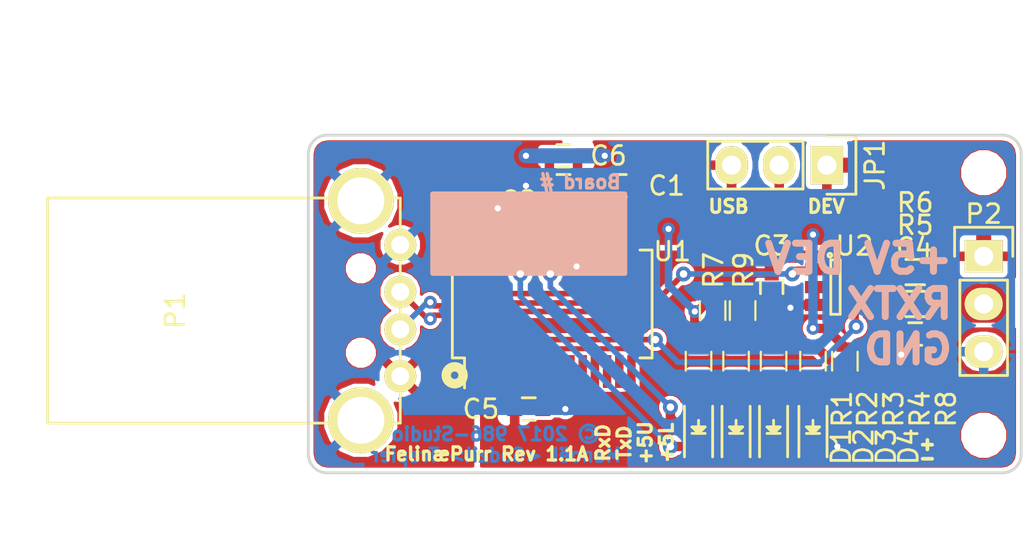
<source format=kicad_pcb>
(kicad_pcb (version 4) (host pcbnew 4.0.2+dfsg1-stable)

  (general
    (links 50)
    (no_connects 0)
    (area 131.914287 73.15 187.703591 103.400001)
    (thickness 1.6)
    (drawings 24)
    (tracks 182)
    (zones 0)
    (modules 26)
    (nets 34)
  )

  (page A4)
  (layers
    (0 F.Cu signal)
    (31 B.Cu signal)
    (35 F.Paste user)
    (36 B.SilkS user)
    (37 F.SilkS user)
    (38 B.Mask user)
    (39 F.Mask user)
    (44 Edge.Cuts user)
  )

  (setup
    (last_trace_width 0.1524)
    (user_trace_width 0.3)
    (user_trace_width 0.4)
    (user_trace_width 0.5)
    (user_trace_width 0.6)
    (user_trace_width 0.7)
    (user_trace_width 0.8)
    (trace_clearance 0.1524)
    (zone_clearance 0.2)
    (zone_45_only no)
    (trace_min 0.1524)
    (segment_width 0.2)
    (edge_width 0.15)
    (via_size 0.6858)
    (via_drill 0.3302)
    (via_min_size 0.6858)
    (via_min_drill 0.3302)
    (uvia_size 0.3)
    (uvia_drill 0.1)
    (uvias_allowed no)
    (uvia_min_size 0)
    (uvia_min_drill 0)
    (pcb_text_width 0.3)
    (pcb_text_size 1.5 1.5)
    (mod_edge_width 0.15)
    (mod_text_size 1 1)
    (mod_text_width 0.15)
    (pad_size 1.7 1.7)
    (pad_drill 0.95)
    (pad_to_mask_clearance 0)
    (aux_axis_origin 0 0)
    (visible_elements FFFFFF7F)
    (pcbplotparams
      (layerselection 0x010f0_80000001)
      (usegerberextensions true)
      (excludeedgelayer true)
      (linewidth 0.150000)
      (plotframeref false)
      (viasonmask false)
      (mode 1)
      (useauxorigin false)
      (hpglpennumber 1)
      (hpglpenspeed 20)
      (hpglpendiameter 15)
      (hpglpenoverlay 2)
      (psnegative false)
      (psa4output false)
      (plotreference true)
      (plotvalue true)
      (plotinvisibletext false)
      (padsonsilk false)
      (subtractmaskfromsilk true)
      (outputformat 1)
      (mirror false)
      (drillshape 0)
      (scaleselection 1)
      (outputdirectory Gerbers/))
  )

  (net 0 "")
  (net 1 "Net-(C1-Pad1)")
  (net 2 GND)
  (net 3 +5VD)
  (net 4 +5V)
  (net 5 /RXTXout)
  (net 6 "Net-(D1-Pad2)")
  (net 7 "Net-(D1-Pad1)")
  (net 8 "Net-(D2-Pad2)")
  (net 9 "Net-(D2-Pad1)")
  (net 10 "Net-(D3-Pad2)")
  (net 11 +5VL)
  (net 12 "Net-(D4-Pad2)")
  (net 13 /RXTX)
  (net 14 /TxD)
  (net 15 "Net-(U1-Pad2)")
  (net 16 "Net-(U1-Pad3)")
  (net 17 "Net-(U1-Pad6)")
  (net 18 "Net-(U1-Pad8)")
  (net 19 "Net-(U1-Pad9)")
  (net 20 "Net-(U1-Pad10)")
  (net 21 "Net-(U1-Pad11)")
  (net 22 "Net-(U1-Pad12)")
  (net 23 "Net-(U1-Pad13)")
  (net 24 "Net-(U1-Pad14)")
  (net 25 "Net-(U1-Pad19)")
  (net 26 "Net-(U1-Pad24)")
  (net 27 "Net-(U1-Pad27)")
  (net 28 "Net-(U1-Pad28)")
  (net 29 "Net-(R2-Pad1)")
  (net 30 "Net-(R4-Pad1)")
  (net 31 "Net-(R3-Pad1)")
  (net 32 /D+)
  (net 33 /D-)

  (net_class Default "This is the default net class."
    (clearance 0.1524)
    (trace_width 0.1524)
    (via_dia 0.6858)
    (via_drill 0.3302)
    (uvia_dia 0.3)
    (uvia_drill 0.1)
    (add_net /D+)
    (add_net /D-)
    (add_net "Net-(R2-Pad1)")
    (add_net "Net-(R3-Pad1)")
    (add_net "Net-(R4-Pad1)")
  )

  (net_class Normal ""
    (clearance 0.1524)
    (trace_width 0.2)
    (via_dia 0.8)
    (via_drill 0.4)
    (uvia_dia 0.3)
    (uvia_drill 0.1)
    (add_net /RXTX)
    (add_net /RXTXout)
    (add_net /TxD)
    (add_net "Net-(C1-Pad1)")
    (add_net "Net-(D1-Pad1)")
    (add_net "Net-(D1-Pad2)")
    (add_net "Net-(D2-Pad1)")
    (add_net "Net-(D2-Pad2)")
    (add_net "Net-(D3-Pad2)")
    (add_net "Net-(D4-Pad2)")
    (add_net "Net-(U1-Pad10)")
    (add_net "Net-(U1-Pad11)")
    (add_net "Net-(U1-Pad12)")
    (add_net "Net-(U1-Pad13)")
    (add_net "Net-(U1-Pad14)")
    (add_net "Net-(U1-Pad19)")
    (add_net "Net-(U1-Pad2)")
    (add_net "Net-(U1-Pad24)")
    (add_net "Net-(U1-Pad27)")
    (add_net "Net-(U1-Pad28)")
    (add_net "Net-(U1-Pad3)")
    (add_net "Net-(U1-Pad6)")
    (add_net "Net-(U1-Pad8)")
    (add_net "Net-(U1-Pad9)")
  )

  (net_class Power ""
    (clearance 0.1524)
    (trace_width 0.25)
    (via_dia 0.6858)
    (via_drill 0.3302)
    (uvia_dia 0.3)
    (uvia_drill 0.1)
    (add_net +5V)
    (add_net +5VD)
    (add_net +5VL)
    (add_net GND)
  )

  (module PadsLib:2mmHole (layer F.Cu) (tedit 57891662) (tstamp 57895E53)
    (at 184 96)
    (fp_text reference REF** (at 0 2) (layer F.SilkS) hide
      (effects (font (size 1 1) (thickness 0.15)))
    )
    (fp_text value 2mmHole (at 0 -2) (layer F.Fab)
      (effects (font (size 1 1) (thickness 0.15)))
    )
    (pad "" np_thru_hole circle (at 0 0) (size 2 2) (drill 2) (layers *.Cu))
  )

  (module PadsLib:2mmHole (layer F.Cu) (tedit 57891662) (tstamp 57895E4F)
    (at 184 82)
    (fp_text reference REF** (at 0 2) (layer F.SilkS) hide
      (effects (font (size 1 1) (thickness 0.15)))
    )
    (fp_text value 2mmHole (at 0 -2) (layer F.Fab)
      (effects (font (size 1 1) (thickness 0.15)))
    )
    (pad "" np_thru_hole circle (at 0 0) (size 2 2) (drill 2) (layers *.Cu))
  )

  (module Capacitors_SMD:C_0603 (layer F.Cu) (tedit 5415D631) (tstamp 57892645)
    (at 164.6 82.7 180)
    (descr "Capacitor SMD 0603, reflow soldering, AVX (see smccp.pdf)")
    (tags "capacitor 0603")
    (path /5788CDCA)
    (attr smd)
    (fp_text reference C1 (at -2.5 0 180) (layer F.SilkS)
      (effects (font (size 1 1) (thickness 0.15)))
    )
    (fp_text value 100n (at 0 1.9 180) (layer F.Fab)
      (effects (font (size 1 1) (thickness 0.15)))
    )
    (fp_line (start -1.45 -0.75) (end 1.45 -0.75) (layer F.CrtYd) (width 0.05))
    (fp_line (start -1.45 0.75) (end 1.45 0.75) (layer F.CrtYd) (width 0.05))
    (fp_line (start -1.45 -0.75) (end -1.45 0.75) (layer F.CrtYd) (width 0.05))
    (fp_line (start 1.45 -0.75) (end 1.45 0.75) (layer F.CrtYd) (width 0.05))
    (fp_line (start -0.35 -0.6) (end 0.35 -0.6) (layer F.SilkS) (width 0.15))
    (fp_line (start 0.35 0.6) (end -0.35 0.6) (layer F.SilkS) (width 0.15))
    (pad 1 smd rect (at -0.75 0 180) (size 0.8 0.75) (layers F.Cu F.Mask)
      (net 1 "Net-(C1-Pad1)"))
    (pad 2 smd rect (at 0.75 0 180) (size 0.8 0.75) (layers F.Cu F.Mask)
      (net 2 GND))
    (model Capacitors_SMD.3dshapes/C_0603.wrl
      (at (xyz 0 0 0))
      (scale (xyz 1 1 1))
      (rotate (xyz 0 0 0))
    )
  )

  (module Capacitors_SMD:C_0603 (layer F.Cu) (tedit 5415D631) (tstamp 57892651)
    (at 161.6 82.7 180)
    (descr "Capacitor SMD 0603, reflow soldering, AVX (see smccp.pdf)")
    (tags "capacitor 0603")
    (path /5788EC64)
    (attr smd)
    (fp_text reference C2 (at 2.4 -0.8 180) (layer F.SilkS)
      (effects (font (size 1 1) (thickness 0.15)))
    )
    (fp_text value 0.1u (at 0 1.9 180) (layer F.Fab)
      (effects (font (size 1 1) (thickness 0.15)))
    )
    (fp_line (start -1.45 -0.75) (end 1.45 -0.75) (layer F.CrtYd) (width 0.05))
    (fp_line (start -1.45 0.75) (end 1.45 0.75) (layer F.CrtYd) (width 0.05))
    (fp_line (start -1.45 -0.75) (end -1.45 0.75) (layer F.CrtYd) (width 0.05))
    (fp_line (start 1.45 -0.75) (end 1.45 0.75) (layer F.CrtYd) (width 0.05))
    (fp_line (start -0.35 -0.6) (end 0.35 -0.6) (layer F.SilkS) (width 0.15))
    (fp_line (start 0.35 0.6) (end -0.35 0.6) (layer F.SilkS) (width 0.15))
    (pad 1 smd rect (at -0.75 0 180) (size 0.8 0.75) (layers F.Cu F.Mask)
      (net 3 +5VD))
    (pad 2 smd rect (at 0.75 0 180) (size 0.8 0.75) (layers F.Cu F.Mask)
      (net 2 GND))
    (model Capacitors_SMD.3dshapes/C_0603.wrl
      (at (xyz 0 0 0))
      (scale (xyz 1 1 1))
      (rotate (xyz 0 0 0))
    )
  )

  (module Capacitors_SMD:C_0603 (layer F.Cu) (tedit 5415D631) (tstamp 5789265D)
    (at 172.7 88.1 270)
    (descr "Capacitor SMD 0603, reflow soldering, AVX (see smccp.pdf)")
    (tags "capacitor 0603")
    (path /5788C6C1)
    (attr smd)
    (fp_text reference C3 (at -2.2 0 360) (layer F.SilkS)
      (effects (font (size 1 1) (thickness 0.15)))
    )
    (fp_text value 0.1u (at 0 1.9 270) (layer F.Fab)
      (effects (font (size 1 1) (thickness 0.15)))
    )
    (fp_line (start -1.45 -0.75) (end 1.45 -0.75) (layer F.CrtYd) (width 0.05))
    (fp_line (start -1.45 0.75) (end 1.45 0.75) (layer F.CrtYd) (width 0.05))
    (fp_line (start -1.45 -0.75) (end -1.45 0.75) (layer F.CrtYd) (width 0.05))
    (fp_line (start 1.45 -0.75) (end 1.45 0.75) (layer F.CrtYd) (width 0.05))
    (fp_line (start -0.35 -0.6) (end 0.35 -0.6) (layer F.SilkS) (width 0.15))
    (fp_line (start 0.35 0.6) (end -0.35 0.6) (layer F.SilkS) (width 0.15))
    (pad 1 smd rect (at -0.75 0 270) (size 0.8 0.75) (layers F.Cu F.Mask)
      (net 4 +5V))
    (pad 2 smd rect (at 0.75 0 270) (size 0.8 0.75) (layers F.Cu F.Mask)
      (net 2 GND))
    (model Capacitors_SMD.3dshapes/C_0603.wrl
      (at (xyz 0 0 0))
      (scale (xyz 1 1 1))
      (rotate (xyz 0 0 0))
    )
  )

  (module Capacitors_SMD:C_0603 (layer F.Cu) (tedit 5788E3B2) (tstamp 57892669)
    (at 180.35 90.6 180)
    (descr "Capacitor SMD 0603, reflow soldering, AVX (see smccp.pdf)")
    (tags "capacitor 0603")
    (path /5788FCFD)
    (attr smd)
    (fp_text reference C4 (at 0.05 4.6 180) (layer F.SilkS)
      (effects (font (size 1 1) (thickness 0.15)))
    )
    (fp_text value 330p (at 0 1.9 180) (layer F.Fab)
      (effects (font (size 1 1) (thickness 0.15)))
    )
    (fp_line (start -1.45 -0.75) (end 1.45 -0.75) (layer F.CrtYd) (width 0.05))
    (fp_line (start -1.45 0.75) (end 1.45 0.75) (layer F.CrtYd) (width 0.05))
    (fp_line (start -1.45 -0.75) (end -1.45 0.75) (layer F.CrtYd) (width 0.05))
    (fp_line (start 1.45 -0.75) (end 1.45 0.75) (layer F.CrtYd) (width 0.05))
    (fp_line (start -0.35 -0.6) (end 0.35 -0.6) (layer F.SilkS) (width 0.15))
    (fp_line (start 0.35 0.6) (end -0.35 0.6) (layer F.SilkS) (width 0.15))
    (pad 1 smd rect (at -0.75 0 180) (size 0.8 0.75) (layers F.Cu F.Mask)
      (net 5 /RXTXout) (zone_connect 2))
    (pad 2 smd rect (at 0.75 0 180) (size 0.8 0.75) (layers F.Cu F.Mask)
      (net 2 GND))
    (model Capacitors_SMD.3dshapes/C_0603.wrl
      (at (xyz 0 0 0))
      (scale (xyz 1 1 1))
      (rotate (xyz 0 0 0))
    )
  )

  (module LEDs:LED-0805 (layer F.Cu) (tedit 55BDE1C2) (tstamp 5789267C)
    (at 168.8 95.54902 90)
    (descr "LED 0805 smd package")
    (tags "LED 0805 SMD")
    (path /5788D434)
    (attr smd)
    (fp_text reference D1 (at -1.05098 7.6 90) (layer F.SilkS)
      (effects (font (size 1 1) (thickness 0.15)))
    )
    (fp_text value Green (at 0 1.75 90) (layer F.Fab)
      (effects (font (size 1 1) (thickness 0.15)))
    )
    (fp_line (start -1.6 0.75) (end 1.1 0.75) (layer F.SilkS) (width 0.15))
    (fp_line (start -1.6 -0.75) (end 1.1 -0.75) (layer F.SilkS) (width 0.15))
    (fp_line (start -0.1 0.15) (end -0.1 -0.1) (layer F.SilkS) (width 0.15))
    (fp_line (start -0.1 -0.1) (end -0.25 0.05) (layer F.SilkS) (width 0.15))
    (fp_line (start -0.35 -0.35) (end -0.35 0.35) (layer F.SilkS) (width 0.15))
    (fp_line (start 0 0) (end 0.35 0) (layer F.SilkS) (width 0.15))
    (fp_line (start -0.35 0) (end 0 -0.35) (layer F.SilkS) (width 0.15))
    (fp_line (start 0 -0.35) (end 0 0.35) (layer F.SilkS) (width 0.15))
    (fp_line (start 0 0.35) (end -0.35 0) (layer F.SilkS) (width 0.15))
    (fp_line (start 1.9 -0.95) (end 1.9 0.95) (layer F.CrtYd) (width 0.05))
    (fp_line (start 1.9 0.95) (end -1.9 0.95) (layer F.CrtYd) (width 0.05))
    (fp_line (start -1.9 0.95) (end -1.9 -0.95) (layer F.CrtYd) (width 0.05))
    (fp_line (start -1.9 -0.95) (end 1.9 -0.95) (layer F.CrtYd) (width 0.05))
    (pad 2 smd rect (at 1.04902 0 270) (size 1.19888 1.19888) (layers F.Cu F.Mask)
      (net 6 "Net-(D1-Pad2)"))
    (pad 1 smd rect (at -1.04902 0 270) (size 1.19888 1.19888) (layers F.Cu F.Mask)
      (net 7 "Net-(D1-Pad1)"))
    (model LEDs.3dshapes/LED-0805.wrl
      (at (xyz 0 0 0))
      (scale (xyz 1 1 1))
      (rotate (xyz 0 0 0))
    )
  )

  (module LEDs:LED-0805 (layer F.Cu) (tedit 55BDE1C2) (tstamp 5789268F)
    (at 170.8 95.54902 90)
    (descr "LED 0805 smd package")
    (tags "LED 0805 SMD")
    (path /5788D49B)
    (attr smd)
    (fp_text reference D2 (at -1.05098 6.8 90) (layer F.SilkS)
      (effects (font (size 1 1) (thickness 0.15)))
    )
    (fp_text value Red (at 0 1.75 90) (layer F.Fab)
      (effects (font (size 1 1) (thickness 0.15)))
    )
    (fp_line (start -1.6 0.75) (end 1.1 0.75) (layer F.SilkS) (width 0.15))
    (fp_line (start -1.6 -0.75) (end 1.1 -0.75) (layer F.SilkS) (width 0.15))
    (fp_line (start -0.1 0.15) (end -0.1 -0.1) (layer F.SilkS) (width 0.15))
    (fp_line (start -0.1 -0.1) (end -0.25 0.05) (layer F.SilkS) (width 0.15))
    (fp_line (start -0.35 -0.35) (end -0.35 0.35) (layer F.SilkS) (width 0.15))
    (fp_line (start 0 0) (end 0.35 0) (layer F.SilkS) (width 0.15))
    (fp_line (start -0.35 0) (end 0 -0.35) (layer F.SilkS) (width 0.15))
    (fp_line (start 0 -0.35) (end 0 0.35) (layer F.SilkS) (width 0.15))
    (fp_line (start 0 0.35) (end -0.35 0) (layer F.SilkS) (width 0.15))
    (fp_line (start 1.9 -0.95) (end 1.9 0.95) (layer F.CrtYd) (width 0.05))
    (fp_line (start 1.9 0.95) (end -1.9 0.95) (layer F.CrtYd) (width 0.05))
    (fp_line (start -1.9 0.95) (end -1.9 -0.95) (layer F.CrtYd) (width 0.05))
    (fp_line (start -1.9 -0.95) (end 1.9 -0.95) (layer F.CrtYd) (width 0.05))
    (pad 2 smd rect (at 1.04902 0 270) (size 1.19888 1.19888) (layers F.Cu F.Mask)
      (net 8 "Net-(D2-Pad2)"))
    (pad 1 smd rect (at -1.04902 0 270) (size 1.19888 1.19888) (layers F.Cu F.Mask)
      (net 9 "Net-(D2-Pad1)"))
    (model LEDs.3dshapes/LED-0805.wrl
      (at (xyz 0 0 0))
      (scale (xyz 1 1 1))
      (rotate (xyz 0 0 0))
    )
  )

  (module LEDs:LED-0805 (layer F.Cu) (tedit 55BDE1C2) (tstamp 578926A2)
    (at 172.8 95.54902 90)
    (descr "LED 0805 smd package")
    (tags "LED 0805 SMD")
    (path /5788DACE)
    (attr smd)
    (fp_text reference D3 (at -1.05098 6 90) (layer F.SilkS)
      (effects (font (size 1 1) (thickness 0.15)))
    )
    (fp_text value Blue (at 0 1.75 90) (layer F.Fab)
      (effects (font (size 1 1) (thickness 0.15)))
    )
    (fp_line (start -1.6 0.75) (end 1.1 0.75) (layer F.SilkS) (width 0.15))
    (fp_line (start -1.6 -0.75) (end 1.1 -0.75) (layer F.SilkS) (width 0.15))
    (fp_line (start -0.1 0.15) (end -0.1 -0.1) (layer F.SilkS) (width 0.15))
    (fp_line (start -0.1 -0.1) (end -0.25 0.05) (layer F.SilkS) (width 0.15))
    (fp_line (start -0.35 -0.35) (end -0.35 0.35) (layer F.SilkS) (width 0.15))
    (fp_line (start 0 0) (end 0.35 0) (layer F.SilkS) (width 0.15))
    (fp_line (start -0.35 0) (end 0 -0.35) (layer F.SilkS) (width 0.15))
    (fp_line (start 0 -0.35) (end 0 0.35) (layer F.SilkS) (width 0.15))
    (fp_line (start 0 0.35) (end -0.35 0) (layer F.SilkS) (width 0.15))
    (fp_line (start 1.9 -0.95) (end 1.9 0.95) (layer F.CrtYd) (width 0.05))
    (fp_line (start 1.9 0.95) (end -1.9 0.95) (layer F.CrtYd) (width 0.05))
    (fp_line (start -1.9 0.95) (end -1.9 -0.95) (layer F.CrtYd) (width 0.05))
    (fp_line (start -1.9 -0.95) (end 1.9 -0.95) (layer F.CrtYd) (width 0.05))
    (pad 2 smd rect (at 1.04902 0 270) (size 1.19888 1.19888) (layers F.Cu F.Mask)
      (net 10 "Net-(D3-Pad2)"))
    (pad 1 smd rect (at -1.04902 0 270) (size 1.19888 1.19888) (layers F.Cu F.Mask)
      (net 2 GND))
    (model LEDs.3dshapes/LED-0805.wrl
      (at (xyz 0 0 0))
      (scale (xyz 1 1 1))
      (rotate (xyz 0 0 0))
    )
  )

  (module Pin_Headers:Pin_Header_Straight_1x03 (layer F.Cu) (tedit 0) (tstamp 578926B4)
    (at 175.64 81.6 270)
    (descr "Through hole pin header")
    (tags "pin header")
    (path /5788BF7C)
    (fp_text reference JP1 (at 0 -2.56 270) (layer F.SilkS)
      (effects (font (size 1 1) (thickness 0.15)))
    )
    (fp_text value JUMPER3 (at 0 -3.1 270) (layer F.Fab)
      (effects (font (size 1 1) (thickness 0.15)))
    )
    (fp_line (start -1.75 -1.75) (end -1.75 6.85) (layer F.CrtYd) (width 0.05))
    (fp_line (start 1.75 -1.75) (end 1.75 6.85) (layer F.CrtYd) (width 0.05))
    (fp_line (start -1.75 -1.75) (end 1.75 -1.75) (layer F.CrtYd) (width 0.05))
    (fp_line (start -1.75 6.85) (end 1.75 6.85) (layer F.CrtYd) (width 0.05))
    (fp_line (start -1.27 1.27) (end -1.27 6.35) (layer F.SilkS) (width 0.15))
    (fp_line (start -1.27 6.35) (end 1.27 6.35) (layer F.SilkS) (width 0.15))
    (fp_line (start 1.27 6.35) (end 1.27 1.27) (layer F.SilkS) (width 0.15))
    (fp_line (start 1.55 -1.55) (end 1.55 0) (layer F.SilkS) (width 0.15))
    (fp_line (start 1.27 1.27) (end -1.27 1.27) (layer F.SilkS) (width 0.15))
    (fp_line (start -1.55 0) (end -1.55 -1.55) (layer F.SilkS) (width 0.15))
    (fp_line (start -1.55 -1.55) (end 1.55 -1.55) (layer F.SilkS) (width 0.15))
    (pad 1 thru_hole rect (at 0 0 270) (size 2.032 1.7272) (drill 1.016) (layers *.Cu *.Mask F.SilkS)
      (net 11 +5VL))
    (pad 2 thru_hole oval (at 0 2.54 270) (size 2.032 1.7272) (drill 1.016) (layers *.Cu *.Mask F.SilkS)
      (net 4 +5V))
    (pad 3 thru_hole oval (at 0 5.08 270) (size 2.032 1.7272) (drill 1.016) (layers *.Cu *.Mask F.SilkS)
      (net 3 +5VD))
    (model Pin_Headers.3dshapes/Pin_Header_Straight_1x03.wrl
      (at (xyz 0 -0.1 0))
      (scale (xyz 1 1 1))
      (rotate (xyz 0 0 90))
    )
  )

  (module Resistors_SMD:R_0603 (layer F.Cu) (tedit 5788E3AA) (tstamp 57892706)
    (at 180.35 89 180)
    (descr "Resistor SMD 0603, reflow soldering, Vishay (see dcrcw.pdf)")
    (tags "resistor 0603")
    (path /5788F6C0)
    (attr smd)
    (fp_text reference R5 (at 0 4.2 180) (layer F.SilkS)
      (effects (font (size 1 1) (thickness 0.15)))
    )
    (fp_text value 100 (at 0 1.9 180) (layer F.Fab)
      (effects (font (size 1 1) (thickness 0.15)))
    )
    (fp_line (start -1.3 -0.8) (end 1.3 -0.8) (layer F.CrtYd) (width 0.05))
    (fp_line (start -1.3 0.8) (end 1.3 0.8) (layer F.CrtYd) (width 0.05))
    (fp_line (start -1.3 -0.8) (end -1.3 0.8) (layer F.CrtYd) (width 0.05))
    (fp_line (start 1.3 -0.8) (end 1.3 0.8) (layer F.CrtYd) (width 0.05))
    (fp_line (start 0.5 0.675) (end -0.5 0.675) (layer F.SilkS) (width 0.15))
    (fp_line (start -0.5 -0.675) (end 0.5 -0.675) (layer F.SilkS) (width 0.15))
    (pad 1 smd rect (at -0.75 0 180) (size 0.5 0.9) (layers F.Cu F.Mask)
      (net 5 /RXTXout) (zone_connect 2))
    (pad 2 smd rect (at 0.75 0 180) (size 0.5 0.9) (layers F.Cu F.Mask)
      (net 13 /RXTX))
    (model Resistors_SMD.3dshapes/R_0603.wrl
      (at (xyz 0 0 0))
      (scale (xyz 1 1 1))
      (rotate (xyz 0 0 0))
    )
  )

  (module Resistors_SMD:R_0603 (layer F.Cu) (tedit 5788E39F) (tstamp 57892712)
    (at 180.35 87.3)
    (descr "Resistor SMD 0603, reflow soldering, Vishay (see dcrcw.pdf)")
    (tags "resistor 0603")
    (path /5788FB48)
    (attr smd)
    (fp_text reference R6 (at 0 -3.7) (layer F.SilkS)
      (effects (font (size 1 1) (thickness 0.15)))
    )
    (fp_text value 18K (at 0 1.9) (layer F.Fab)
      (effects (font (size 1 1) (thickness 0.15)))
    )
    (fp_line (start -1.3 -0.8) (end 1.3 -0.8) (layer F.CrtYd) (width 0.05))
    (fp_line (start -1.3 0.8) (end 1.3 0.8) (layer F.CrtYd) (width 0.05))
    (fp_line (start -1.3 -0.8) (end -1.3 0.8) (layer F.CrtYd) (width 0.05))
    (fp_line (start 1.3 -0.8) (end 1.3 0.8) (layer F.CrtYd) (width 0.05))
    (fp_line (start 0.5 0.675) (end -0.5 0.675) (layer F.SilkS) (width 0.15))
    (fp_line (start -0.5 -0.675) (end 0.5 -0.675) (layer F.SilkS) (width 0.15))
    (pad 1 smd rect (at -0.75 0) (size 0.5 0.9) (layers F.Cu F.Mask)
      (net 4 +5V))
    (pad 2 smd rect (at 0.75 0) (size 0.5 0.9) (layers F.Cu F.Mask)
      (net 5 /RXTXout) (zone_connect 2))
    (model Resistors_SMD.3dshapes/R_0603.wrl
      (at (xyz 0 0 0))
      (scale (xyz 1 1 1))
      (rotate (xyz 0 0 0))
    )
  )

  (module Housings_SSOP:SSOP-28_5.3x10.2mm_Pitch0.65mm (layer F.Cu) (tedit 54130A77) (tstamp 5789273D)
    (at 161 89 90)
    (descr "28-Lead Plastic Shrink Small Outline (SS)-5.30 mm Body [SSOP] (see Microchip Packaging Specification 00000049BS.pdf)")
    (tags "SSOP 0.65")
    (path /5788C982)
    (attr smd)
    (fp_text reference U1 (at 2.8 6.4 180) (layer F.SilkS)
      (effects (font (size 1 1) (thickness 0.15)))
    )
    (fp_text value FT232RL (at 0 6.25 90) (layer F.Fab)
      (effects (font (size 1 1) (thickness 0.15)))
    )
    (fp_line (start -4.75 -5.5) (end -4.75 5.5) (layer F.CrtYd) (width 0.05))
    (fp_line (start 4.75 -5.5) (end 4.75 5.5) (layer F.CrtYd) (width 0.05))
    (fp_line (start -4.75 -5.5) (end 4.75 -5.5) (layer F.CrtYd) (width 0.05))
    (fp_line (start -4.75 5.5) (end 4.75 5.5) (layer F.CrtYd) (width 0.05))
    (fp_line (start -2.875 -5.325) (end -2.875 -4.675) (layer F.SilkS) (width 0.15))
    (fp_line (start 2.875 -5.325) (end 2.875 -4.675) (layer F.SilkS) (width 0.15))
    (fp_line (start 2.875 5.325) (end 2.875 4.675) (layer F.SilkS) (width 0.15))
    (fp_line (start -2.875 5.325) (end -2.875 4.675) (layer F.SilkS) (width 0.15))
    (fp_line (start -2.875 -5.325) (end 2.875 -5.325) (layer F.SilkS) (width 0.15))
    (fp_line (start -2.875 5.325) (end 2.875 5.325) (layer F.SilkS) (width 0.15))
    (fp_line (start -2.875 -4.675) (end -4.475 -4.675) (layer F.SilkS) (width 0.15))
    (pad 1 smd rect (at -3.6 -4.225 90) (size 1.75 0.45) (layers F.Cu F.Mask)
      (net 14 /TxD))
    (pad 2 smd rect (at -3.6 -3.575 90) (size 1.75 0.45) (layers F.Cu F.Mask)
      (net 15 "Net-(U1-Pad2)"))
    (pad 3 smd rect (at -3.6 -2.925 90) (size 1.75 0.45) (layers F.Cu F.Mask)
      (net 16 "Net-(U1-Pad3)"))
    (pad 4 smd rect (at -3.6 -2.275 90) (size 1.75 0.45) (layers F.Cu F.Mask)
      (net 4 +5V))
    (pad 5 smd rect (at -3.6 -1.625 90) (size 1.75 0.45) (layers F.Cu F.Mask)
      (net 13 /RXTX))
    (pad 6 smd rect (at -3.6 -0.975 90) (size 1.75 0.45) (layers F.Cu F.Mask)
      (net 17 "Net-(U1-Pad6)"))
    (pad 7 smd rect (at -3.6 -0.325 90) (size 1.75 0.45) (layers F.Cu F.Mask)
      (net 2 GND))
    (pad 8 smd rect (at -3.6 0.325 90) (size 1.75 0.45) (layers F.Cu F.Mask)
      (net 18 "Net-(U1-Pad8)"))
    (pad 9 smd rect (at -3.6 0.975 90) (size 1.75 0.45) (layers F.Cu F.Mask)
      (net 19 "Net-(U1-Pad9)"))
    (pad 10 smd rect (at -3.6 1.625 90) (size 1.75 0.45) (layers F.Cu F.Mask)
      (net 20 "Net-(U1-Pad10)"))
    (pad 11 smd rect (at -3.6 2.275 90) (size 1.75 0.45) (layers F.Cu F.Mask)
      (net 21 "Net-(U1-Pad11)"))
    (pad 12 smd rect (at -3.6 2.925 90) (size 1.75 0.45) (layers F.Cu F.Mask)
      (net 22 "Net-(U1-Pad12)"))
    (pad 13 smd rect (at -3.6 3.575 90) (size 1.75 0.45) (layers F.Cu F.Mask)
      (net 23 "Net-(U1-Pad13)"))
    (pad 14 smd rect (at -3.6 4.225 90) (size 1.75 0.45) (layers F.Cu F.Mask)
      (net 24 "Net-(U1-Pad14)"))
    (pad 15 smd rect (at 3.6 4.225 90) (size 1.75 0.45) (layers F.Cu F.Mask)
      (net 32 /D+))
    (pad 16 smd rect (at 3.6 3.575 90) (size 1.75 0.45) (layers F.Cu F.Mask)
      (net 33 /D-))
    (pad 17 smd rect (at 3.6 2.925 90) (size 1.75 0.45) (layers F.Cu F.Mask)
      (net 1 "Net-(C1-Pad1)"))
    (pad 18 smd rect (at 3.6 2.275 90) (size 1.75 0.45) (layers F.Cu F.Mask)
      (net 2 GND))
    (pad 19 smd rect (at 3.6 1.625 90) (size 1.75 0.45) (layers F.Cu F.Mask)
      (net 25 "Net-(U1-Pad19)"))
    (pad 20 smd rect (at 3.6 0.975 90) (size 1.75 0.45) (layers F.Cu F.Mask)
      (net 3 +5VD))
    (pad 21 smd rect (at 3.6 0.325 90) (size 1.75 0.45) (layers F.Cu F.Mask)
      (net 2 GND))
    (pad 22 smd rect (at 3.6 -0.325 90) (size 1.75 0.45) (layers F.Cu F.Mask)
      (net 9 "Net-(D2-Pad1)"))
    (pad 23 smd rect (at 3.6 -0.975 90) (size 1.75 0.45) (layers F.Cu F.Mask)
      (net 7 "Net-(D1-Pad1)"))
    (pad 24 smd rect (at 3.6 -1.625 90) (size 1.75 0.45) (layers F.Cu F.Mask)
      (net 26 "Net-(U1-Pad24)"))
    (pad 25 smd rect (at 3.6 -2.275 90) (size 1.75 0.45) (layers F.Cu F.Mask)
      (net 2 GND))
    (pad 26 smd rect (at 3.6 -2.925 90) (size 1.75 0.45) (layers F.Cu F.Mask)
      (net 2 GND))
    (pad 27 smd rect (at 3.6 -3.575 90) (size 1.75 0.45) (layers F.Cu F.Mask)
      (net 27 "Net-(U1-Pad27)"))
    (pad 28 smd rect (at 3.6 -4.225 90) (size 1.75 0.45) (layers F.Cu F.Mask)
      (net 28 "Net-(U1-Pad28)"))
    (model Housings_SSOP.3dshapes/SSOP-28_5.3x10.2mm_Pitch0.65mm.wrl
      (at (xyz 0 0 0))
      (scale (xyz 1 1 1))
      (rotate (xyz 0 0 0))
    )
  )

  (module TO_SOT_Packages_SMD:SOT-23-5 (layer F.Cu) (tedit 55360473) (tstamp 5789274F)
    (at 176.1 88.1)
    (descr "5-pin SOT23 package")
    (tags SOT-23-5)
    (path /58FCCB54)
    (attr smd)
    (fp_text reference U2 (at 1 -2.2) (layer F.SilkS)
      (effects (font (size 1 1) (thickness 0.15)))
    )
    (fp_text value SN74LVC1G125-Q1 (at -0.05 2.35) (layer F.Fab)
      (effects (font (size 1 1) (thickness 0.15)))
    )
    (fp_line (start -1.8 -1.6) (end 1.8 -1.6) (layer F.CrtYd) (width 0.05))
    (fp_line (start 1.8 -1.6) (end 1.8 1.6) (layer F.CrtYd) (width 0.05))
    (fp_line (start 1.8 1.6) (end -1.8 1.6) (layer F.CrtYd) (width 0.05))
    (fp_line (start -1.8 1.6) (end -1.8 -1.6) (layer F.CrtYd) (width 0.05))
    (fp_circle (center -0.3 -1.7) (end -0.2 -1.7) (layer F.SilkS) (width 0.15))
    (fp_line (start 0.25 -1.45) (end -0.25 -1.45) (layer F.SilkS) (width 0.15))
    (fp_line (start 0.25 1.45) (end 0.25 -1.45) (layer F.SilkS) (width 0.15))
    (fp_line (start -0.25 1.45) (end 0.25 1.45) (layer F.SilkS) (width 0.15))
    (fp_line (start -0.25 -1.45) (end -0.25 1.45) (layer F.SilkS) (width 0.15))
    (pad 1 smd rect (at -1.1 -0.95) (size 1.06 0.65) (layers F.Cu F.Mask)
      (net 14 /TxD))
    (pad 2 smd rect (at -1.1 0) (size 1.06 0.65) (layers F.Cu F.Mask)
      (net 2 GND))
    (pad 3 smd rect (at -1.1 0.95) (size 1.06 0.65) (layers F.Cu F.Mask)
      (net 2 GND))
    (pad 4 smd rect (at 1.1 0.95) (size 1.06 0.65) (layers F.Cu F.Mask)
      (net 13 /RXTX))
    (pad 5 smd rect (at 1.1 -0.95) (size 1.06 0.65) (layers F.Cu F.Mask)
      (net 4 +5V))
    (model TO_SOT_Packages_SMD.3dshapes/SOT-23-5.wrl
      (at (xyz 0 0 0))
      (scale (xyz 1 1 1))
      (rotate (xyz 0 0 0))
    )
  )

  (module Pin_Headers:Pin_Header_Straight_1x03 (layer F.Cu) (tedit 5788E3B7) (tstamp 578A0167)
    (at 184 86.46)
    (descr "Through hole pin header")
    (tags "pin header")
    (path /5788BF2B)
    (fp_text reference P2 (at 0 -2.26) (layer F.SilkS)
      (effects (font (size 1 1) (thickness 0.15)))
    )
    (fp_text value JACK (at 0 -3.1) (layer F.Fab)
      (effects (font (size 1 1) (thickness 0.15)))
    )
    (fp_line (start -1.75 -1.75) (end -1.75 6.85) (layer F.CrtYd) (width 0.05))
    (fp_line (start 1.75 -1.75) (end 1.75 6.85) (layer F.CrtYd) (width 0.05))
    (fp_line (start -1.75 -1.75) (end 1.75 -1.75) (layer F.CrtYd) (width 0.05))
    (fp_line (start -1.75 6.85) (end 1.75 6.85) (layer F.CrtYd) (width 0.05))
    (fp_line (start -1.27 1.27) (end -1.27 6.35) (layer F.SilkS) (width 0.15))
    (fp_line (start -1.27 6.35) (end 1.27 6.35) (layer F.SilkS) (width 0.15))
    (fp_line (start 1.27 6.35) (end 1.27 1.27) (layer F.SilkS) (width 0.15))
    (fp_line (start 1.55 -1.55) (end 1.55 0) (layer F.SilkS) (width 0.15))
    (fp_line (start 1.27 1.27) (end -1.27 1.27) (layer F.SilkS) (width 0.15))
    (fp_line (start -1.55 0) (end -1.55 -1.55) (layer F.SilkS) (width 0.15))
    (fp_line (start -1.55 -1.55) (end 1.55 -1.55) (layer F.SilkS) (width 0.15))
    (pad 1 thru_hole rect (at 0 0) (size 2.032 1.7272) (drill 1.016) (layers *.Cu *.Mask F.SilkS)
      (net 11 +5VL))
    (pad 2 thru_hole oval (at 0 2.54) (size 2.032 1.7272) (drill 1.016) (layers *.Cu *.Mask F.SilkS)
      (net 5 /RXTXout) (zone_connect 2))
    (pad 3 thru_hole oval (at 0 5.08) (size 2.032 1.7272) (drill 1.016) (layers *.Cu *.Mask F.SilkS)
      (net 2 GND))
    (model Pin_Headers.3dshapes/Pin_Header_Straight_1x03.wrl
      (at (xyz 0 -0.1 0))
      (scale (xyz 1 1 1))
      (rotate (xyz 0 0 90))
    )
  )

  (module LEDs:LED-0805 (layer F.Cu) (tedit 55BDE1C2) (tstamp 578A0208)
    (at 174.9 95.55098 90)
    (descr "LED 0805 smd package")
    (tags "LED 0805 SMD")
    (path /5788DBDE)
    (attr smd)
    (fp_text reference D4 (at -1.04902 5.1 90) (layer F.SilkS)
      (effects (font (size 1 1) (thickness 0.15)))
    )
    (fp_text value Yellow (at 0 1.75 90) (layer F.Fab)
      (effects (font (size 1 1) (thickness 0.15)))
    )
    (fp_line (start -1.6 0.75) (end 1.1 0.75) (layer F.SilkS) (width 0.15))
    (fp_line (start -1.6 -0.75) (end 1.1 -0.75) (layer F.SilkS) (width 0.15))
    (fp_line (start -0.1 0.15) (end -0.1 -0.1) (layer F.SilkS) (width 0.15))
    (fp_line (start -0.1 -0.1) (end -0.25 0.05) (layer F.SilkS) (width 0.15))
    (fp_line (start -0.35 -0.35) (end -0.35 0.35) (layer F.SilkS) (width 0.15))
    (fp_line (start 0 0) (end 0.35 0) (layer F.SilkS) (width 0.15))
    (fp_line (start -0.35 0) (end 0 -0.35) (layer F.SilkS) (width 0.15))
    (fp_line (start 0 -0.35) (end 0 0.35) (layer F.SilkS) (width 0.15))
    (fp_line (start 0 0.35) (end -0.35 0) (layer F.SilkS) (width 0.15))
    (fp_line (start 1.9 -0.95) (end 1.9 0.95) (layer F.CrtYd) (width 0.05))
    (fp_line (start 1.9 0.95) (end -1.9 0.95) (layer F.CrtYd) (width 0.05))
    (fp_line (start -1.9 0.95) (end -1.9 -0.95) (layer F.CrtYd) (width 0.05))
    (fp_line (start -1.9 -0.95) (end 1.9 -0.95) (layer F.CrtYd) (width 0.05))
    (pad 2 smd rect (at 1.04902 0 270) (size 1.19888 1.19888) (layers F.Cu F.Mask)
      (net 12 "Net-(D4-Pad2)"))
    (pad 1 smd rect (at -1.04902 0 270) (size 1.19888 1.19888) (layers F.Cu F.Mask)
      (net 2 GND))
    (model LEDs.3dshapes/LED-0805.wrl
      (at (xyz 0 0 0))
      (scale (xyz 1 1 1))
      (rotate (xyz 0 0 0))
    )
  )

  (module Capacitors_SMD:C_0603 (layer F.Cu) (tedit 5415D631) (tstamp 57890D30)
    (at 159.75 94.6)
    (descr "Capacitor SMD 0603, reflow soldering, AVX (see smccp.pdf)")
    (tags "capacitor 0603")
    (path /5789190D)
    (attr smd)
    (fp_text reference C5 (at -2.55 0) (layer F.SilkS)
      (effects (font (size 1 1) (thickness 0.15)))
    )
    (fp_text value 100n (at 0 1.9) (layer F.Fab)
      (effects (font (size 1 1) (thickness 0.15)))
    )
    (fp_line (start -1.45 -0.75) (end 1.45 -0.75) (layer F.CrtYd) (width 0.05))
    (fp_line (start -1.45 0.75) (end 1.45 0.75) (layer F.CrtYd) (width 0.05))
    (fp_line (start -1.45 -0.75) (end -1.45 0.75) (layer F.CrtYd) (width 0.05))
    (fp_line (start 1.45 -0.75) (end 1.45 0.75) (layer F.CrtYd) (width 0.05))
    (fp_line (start -0.35 -0.6) (end 0.35 -0.6) (layer F.SilkS) (width 0.15))
    (fp_line (start 0.35 0.6) (end -0.35 0.6) (layer F.SilkS) (width 0.15))
    (pad 1 smd rect (at -0.75 0) (size 0.8 0.75) (layers F.Cu F.Mask)
      (net 4 +5V))
    (pad 2 smd rect (at 0.75 0) (size 0.8 0.75) (layers F.Cu F.Mask)
      (net 2 GND))
    (model Capacitors_SMD.3dshapes/C_0603.wrl
      (at (xyz 0 0 0))
      (scale (xyz 1 1 1))
      (rotate (xyz 0 0 0))
    )
  )

  (module Capacitors_SMD:C_0603 (layer F.Cu) (tedit 5415D631) (tstamp 57890D52)
    (at 161.6 81.1 180)
    (descr "Capacitor SMD 0603, reflow soldering, AVX (see smccp.pdf)")
    (tags "capacitor 0603")
    (path /57890719)
    (attr smd)
    (fp_text reference C6 (at -2.4 0 180) (layer F.SilkS)
      (effects (font (size 1 1) (thickness 0.15)))
    )
    (fp_text value 4.7u (at 0 1.9 180) (layer F.Fab)
      (effects (font (size 1 1) (thickness 0.15)))
    )
    (fp_line (start -1.45 -0.75) (end 1.45 -0.75) (layer F.CrtYd) (width 0.05))
    (fp_line (start -1.45 0.75) (end 1.45 0.75) (layer F.CrtYd) (width 0.05))
    (fp_line (start -1.45 -0.75) (end -1.45 0.75) (layer F.CrtYd) (width 0.05))
    (fp_line (start 1.45 -0.75) (end 1.45 0.75) (layer F.CrtYd) (width 0.05))
    (fp_line (start -0.35 -0.6) (end 0.35 -0.6) (layer F.SilkS) (width 0.15))
    (fp_line (start 0.35 0.6) (end -0.35 0.6) (layer F.SilkS) (width 0.15))
    (pad 1 smd rect (at -0.75 0 180) (size 0.8 0.75) (layers F.Cu F.Mask)
      (net 3 +5VD))
    (pad 2 smd rect (at 0.75 0 180) (size 0.8 0.75) (layers F.Cu F.Mask)
      (net 2 GND))
    (model Capacitors_SMD.3dshapes/C_0603.wrl
      (at (xyz 0 0 0))
      (scale (xyz 1 1 1))
      (rotate (xyz 0 0 0))
    )
  )

  (module Resistors_SMD:R_0603 (layer F.Cu) (tedit 58E0A804) (tstamp 58FCCEE5)
    (at 171.15 89.35 270)
    (descr "Resistor SMD 0603, reflow soldering, Vishay (see dcrcw.pdf)")
    (tags "resistor 0603")
    (path /58FCD045)
    (attr smd)
    (fp_text reference R9 (at -2.15 -0.05 270) (layer F.SilkS)
      (effects (font (size 1 1) (thickness 0.15)))
    )
    (fp_text value 100 (at 0 1.5 270) (layer F.Fab)
      (effects (font (size 1 1) (thickness 0.15)))
    )
    (fp_text user %R (at 0 0 270) (layer F.Fab)
      (effects (font (size 0.5 0.5) (thickness 0.075)))
    )
    (fp_line (start -0.8 0.4) (end -0.8 -0.4) (layer F.Fab) (width 0.1))
    (fp_line (start 0.8 0.4) (end -0.8 0.4) (layer F.Fab) (width 0.1))
    (fp_line (start 0.8 -0.4) (end 0.8 0.4) (layer F.Fab) (width 0.1))
    (fp_line (start -0.8 -0.4) (end 0.8 -0.4) (layer F.Fab) (width 0.1))
    (fp_line (start 0.5 0.68) (end -0.5 0.68) (layer F.SilkS) (width 0.12))
    (fp_line (start -0.5 -0.68) (end 0.5 -0.68) (layer F.SilkS) (width 0.12))
    (fp_line (start -1.25 -0.7) (end 1.25 -0.7) (layer F.CrtYd) (width 0.05))
    (fp_line (start -1.25 -0.7) (end -1.25 0.7) (layer F.CrtYd) (width 0.05))
    (fp_line (start 1.25 0.7) (end 1.25 -0.7) (layer F.CrtYd) (width 0.05))
    (fp_line (start 1.25 0.7) (end -1.25 0.7) (layer F.CrtYd) (width 0.05))
    (pad 1 smd rect (at -0.75 0 270) (size 0.5 0.9) (layers F.Cu F.Mask)
      (net 3 +5VD))
    (pad 2 smd rect (at 0.75 0 270) (size 0.5 0.9) (layers F.Cu F.Mask)
      (net 31 "Net-(R3-Pad1)"))
    (model ${KISYS3DMOD}/Resistors_SMD.3dshapes/R_0603.wrl
      (at (xyz 0 0 0))
      (scale (xyz 1 1 1))
      (rotate (xyz 0 0 0))
    )
  )

  (module Resistors_SMD:R_0603 (layer F.Cu) (tedit 58E0A804) (tstamp 57895473)
    (at 169.55 89.35 270)
    (descr "Resistor SMD 0603, reflow soldering, Vishay (see dcrcw.pdf)")
    (tags "resistor 0603")
    (path /578954EA)
    (attr smd)
    (fp_text reference R7 (at -2.15 -0.05 270) (layer F.SilkS)
      (effects (font (size 1 1) (thickness 0.15)))
    )
    (fp_text value 100 (at 0 1.5 270) (layer F.Fab)
      (effects (font (size 1 1) (thickness 0.15)))
    )
    (fp_text user %R (at 0 0 270) (layer F.Fab)
      (effects (font (size 0.5 0.5) (thickness 0.075)))
    )
    (fp_line (start -0.8 0.4) (end -0.8 -0.4) (layer F.Fab) (width 0.1))
    (fp_line (start 0.8 0.4) (end -0.8 0.4) (layer F.Fab) (width 0.1))
    (fp_line (start 0.8 -0.4) (end 0.8 0.4) (layer F.Fab) (width 0.1))
    (fp_line (start -0.8 -0.4) (end 0.8 -0.4) (layer F.Fab) (width 0.1))
    (fp_line (start 0.5 0.68) (end -0.5 0.68) (layer F.SilkS) (width 0.12))
    (fp_line (start -0.5 -0.68) (end 0.5 -0.68) (layer F.SilkS) (width 0.12))
    (fp_line (start -1.25 -0.7) (end 1.25 -0.7) (layer F.CrtYd) (width 0.05))
    (fp_line (start -1.25 -0.7) (end -1.25 0.7) (layer F.CrtYd) (width 0.05))
    (fp_line (start 1.25 0.7) (end 1.25 -0.7) (layer F.CrtYd) (width 0.05))
    (fp_line (start 1.25 0.7) (end -1.25 0.7) (layer F.CrtYd) (width 0.05))
    (pad 1 smd rect (at -0.75 0 270) (size 0.5 0.9) (layers F.Cu F.Mask)
      (net 3 +5VD))
    (pad 2 smd rect (at 0.75 0 270) (size 0.5 0.9) (layers F.Cu F.Mask)
      (net 29 "Net-(R2-Pad1)"))
    (model ${KISYS3DMOD}/Resistors_SMD.3dshapes/R_0603.wrl
      (at (xyz 0 0 0))
      (scale (xyz 1 1 1))
      (rotate (xyz 0 0 0))
    )
  )

  (module Resistors_SMD:R_0603 (layer F.Cu) (tedit 58E0A804) (tstamp 578926D6)
    (at 168.8 92.05 270)
    (descr "Resistor SMD 0603, reflow soldering, Vishay (see dcrcw.pdf)")
    (tags "resistor 0603")
    (path /5788D4FB)
    (attr smd)
    (fp_text reference R1 (at 2.55 -7.65 270) (layer F.SilkS)
      (effects (font (size 1 1) (thickness 0.15)))
    )
    (fp_text value 100 (at 0 1.5 270) (layer F.Fab)
      (effects (font (size 1 1) (thickness 0.15)))
    )
    (fp_text user %R (at 0 0 270) (layer F.Fab)
      (effects (font (size 0.5 0.5) (thickness 0.075)))
    )
    (fp_line (start -0.8 0.4) (end -0.8 -0.4) (layer F.Fab) (width 0.1))
    (fp_line (start 0.8 0.4) (end -0.8 0.4) (layer F.Fab) (width 0.1))
    (fp_line (start 0.8 -0.4) (end 0.8 0.4) (layer F.Fab) (width 0.1))
    (fp_line (start -0.8 -0.4) (end 0.8 -0.4) (layer F.Fab) (width 0.1))
    (fp_line (start 0.5 0.68) (end -0.5 0.68) (layer F.SilkS) (width 0.12))
    (fp_line (start -0.5 -0.68) (end 0.5 -0.68) (layer F.SilkS) (width 0.12))
    (fp_line (start -1.25 -0.7) (end 1.25 -0.7) (layer F.CrtYd) (width 0.05))
    (fp_line (start -1.25 -0.7) (end -1.25 0.7) (layer F.CrtYd) (width 0.05))
    (fp_line (start 1.25 0.7) (end 1.25 -0.7) (layer F.CrtYd) (width 0.05))
    (fp_line (start 1.25 0.7) (end -1.25 0.7) (layer F.CrtYd) (width 0.05))
    (pad 1 smd rect (at -0.75 0 270) (size 0.5 0.9) (layers F.Cu F.Mask)
      (net 3 +5VD))
    (pad 2 smd rect (at 0.75 0 270) (size 0.5 0.9) (layers F.Cu F.Mask)
      (net 6 "Net-(D1-Pad2)"))
    (model ${KISYS3DMOD}/Resistors_SMD.3dshapes/R_0603.wrl
      (at (xyz 0 0 0))
      (scale (xyz 1 1 1))
      (rotate (xyz 0 0 0))
    )
  )

  (module Resistors_SMD:R_0603 (layer F.Cu) (tedit 58E0A804) (tstamp 578926E2)
    (at 170.8 92.05 270)
    (descr "Resistor SMD 0603, reflow soldering, Vishay (see dcrcw.pdf)")
    (tags "resistor 0603")
    (path /5788D537)
    (attr smd)
    (fp_text reference R2 (at 2.55 -7 270) (layer F.SilkS)
      (effects (font (size 1 1) (thickness 0.15)))
    )
    (fp_text value 100 (at 0 1.5 270) (layer F.Fab)
      (effects (font (size 1 1) (thickness 0.15)))
    )
    (fp_text user %R (at 0 0 270) (layer F.Fab)
      (effects (font (size 0.5 0.5) (thickness 0.075)))
    )
    (fp_line (start -0.8 0.4) (end -0.8 -0.4) (layer F.Fab) (width 0.1))
    (fp_line (start 0.8 0.4) (end -0.8 0.4) (layer F.Fab) (width 0.1))
    (fp_line (start 0.8 -0.4) (end 0.8 0.4) (layer F.Fab) (width 0.1))
    (fp_line (start -0.8 -0.4) (end 0.8 -0.4) (layer F.Fab) (width 0.1))
    (fp_line (start 0.5 0.68) (end -0.5 0.68) (layer F.SilkS) (width 0.12))
    (fp_line (start -0.5 -0.68) (end 0.5 -0.68) (layer F.SilkS) (width 0.12))
    (fp_line (start -1.25 -0.7) (end 1.25 -0.7) (layer F.CrtYd) (width 0.05))
    (fp_line (start -1.25 -0.7) (end -1.25 0.7) (layer F.CrtYd) (width 0.05))
    (fp_line (start 1.25 0.7) (end 1.25 -0.7) (layer F.CrtYd) (width 0.05))
    (fp_line (start 1.25 0.7) (end -1.25 0.7) (layer F.CrtYd) (width 0.05))
    (pad 1 smd rect (at -0.75 0 270) (size 0.5 0.9) (layers F.Cu F.Mask)
      (net 29 "Net-(R2-Pad1)"))
    (pad 2 smd rect (at 0.75 0 270) (size 0.5 0.9) (layers F.Cu F.Mask)
      (net 8 "Net-(D2-Pad2)"))
    (model ${KISYS3DMOD}/Resistors_SMD.3dshapes/R_0603.wrl
      (at (xyz 0 0 0))
      (scale (xyz 1 1 1))
      (rotate (xyz 0 0 0))
    )
  )

  (module Resistors_SMD:R_0603 (layer F.Cu) (tedit 58E0A804) (tstamp 578926EE)
    (at 172.8 92.05 270)
    (descr "Resistor SMD 0603, reflow soldering, Vishay (see dcrcw.pdf)")
    (tags "resistor 0603")
    (path /5788D965)
    (attr smd)
    (fp_text reference R3 (at 2.55 -6.4 270) (layer F.SilkS)
      (effects (font (size 1 1) (thickness 0.15)))
    )
    (fp_text value 100 (at 0 1.5 270) (layer F.Fab)
      (effects (font (size 1 1) (thickness 0.15)))
    )
    (fp_text user %R (at 0 0 270) (layer F.Fab)
      (effects (font (size 0.5 0.5) (thickness 0.075)))
    )
    (fp_line (start -0.8 0.4) (end -0.8 -0.4) (layer F.Fab) (width 0.1))
    (fp_line (start 0.8 0.4) (end -0.8 0.4) (layer F.Fab) (width 0.1))
    (fp_line (start 0.8 -0.4) (end 0.8 0.4) (layer F.Fab) (width 0.1))
    (fp_line (start -0.8 -0.4) (end 0.8 -0.4) (layer F.Fab) (width 0.1))
    (fp_line (start 0.5 0.68) (end -0.5 0.68) (layer F.SilkS) (width 0.12))
    (fp_line (start -0.5 -0.68) (end 0.5 -0.68) (layer F.SilkS) (width 0.12))
    (fp_line (start -1.25 -0.7) (end 1.25 -0.7) (layer F.CrtYd) (width 0.05))
    (fp_line (start -1.25 -0.7) (end -1.25 0.7) (layer F.CrtYd) (width 0.05))
    (fp_line (start 1.25 0.7) (end 1.25 -0.7) (layer F.CrtYd) (width 0.05))
    (fp_line (start 1.25 0.7) (end -1.25 0.7) (layer F.CrtYd) (width 0.05))
    (pad 1 smd rect (at -0.75 0 270) (size 0.5 0.9) (layers F.Cu F.Mask)
      (net 31 "Net-(R3-Pad1)"))
    (pad 2 smd rect (at 0.75 0 270) (size 0.5 0.9) (layers F.Cu F.Mask)
      (net 10 "Net-(D3-Pad2)"))
    (model ${KISYS3DMOD}/Resistors_SMD.3dshapes/R_0603.wrl
      (at (xyz 0 0 0))
      (scale (xyz 1 1 1))
      (rotate (xyz 0 0 0))
    )
  )

  (module Resistors_SMD:R_0603 (layer F.Cu) (tedit 58E0A804) (tstamp 578926FA)
    (at 174.9 92.05 270)
    (descr "Resistor SMD 0603, reflow soldering, Vishay (see dcrcw.pdf)")
    (tags "resistor 0603")
    (path /5788D9AA)
    (attr smd)
    (fp_text reference R4 (at 2.55 -5.7 270) (layer F.SilkS)
      (effects (font (size 1 1) (thickness 0.15)))
    )
    (fp_text value 100 (at 0 1.5 270) (layer F.Fab)
      (effects (font (size 1 1) (thickness 0.15)))
    )
    (fp_text user %R (at 0 0 270) (layer F.Fab)
      (effects (font (size 0.5 0.5) (thickness 0.075)))
    )
    (fp_line (start -0.8 0.4) (end -0.8 -0.4) (layer F.Fab) (width 0.1))
    (fp_line (start 0.8 0.4) (end -0.8 0.4) (layer F.Fab) (width 0.1))
    (fp_line (start 0.8 -0.4) (end 0.8 0.4) (layer F.Fab) (width 0.1))
    (fp_line (start -0.8 -0.4) (end 0.8 -0.4) (layer F.Fab) (width 0.1))
    (fp_line (start 0.5 0.68) (end -0.5 0.68) (layer F.SilkS) (width 0.12))
    (fp_line (start -0.5 -0.68) (end 0.5 -0.68) (layer F.SilkS) (width 0.12))
    (fp_line (start -1.25 -0.7) (end 1.25 -0.7) (layer F.CrtYd) (width 0.05))
    (fp_line (start -1.25 -0.7) (end -1.25 0.7) (layer F.CrtYd) (width 0.05))
    (fp_line (start 1.25 0.7) (end 1.25 -0.7) (layer F.CrtYd) (width 0.05))
    (fp_line (start 1.25 0.7) (end -1.25 0.7) (layer F.CrtYd) (width 0.05))
    (pad 1 smd rect (at -0.75 0 270) (size 0.5 0.9) (layers F.Cu F.Mask)
      (net 30 "Net-(R4-Pad1)"))
    (pad 2 smd rect (at 0.75 0 270) (size 0.5 0.9) (layers F.Cu F.Mask)
      (net 12 "Net-(D4-Pad2)"))
    (model ${KISYS3DMOD}/Resistors_SMD.3dshapes/R_0603.wrl
      (at (xyz 0 0 0))
      (scale (xyz 1 1 1))
      (rotate (xyz 0 0 0))
    )
  )

  (module Resistors_SMD:R_0603 (layer F.Cu) (tedit 58E0A804) (tstamp 57895495)
    (at 176.6 92.05 270)
    (descr "Resistor SMD 0603, reflow soldering, Vishay (see dcrcw.pdf)")
    (tags "resistor 0603")
    (path /578956B8)
    (attr smd)
    (fp_text reference R8 (at 2.55 -5.4 270) (layer F.SilkS)
      (effects (font (size 1 1) (thickness 0.15)))
    )
    (fp_text value 100 (at 0 1.5 270) (layer F.Fab)
      (effects (font (size 1 1) (thickness 0.15)))
    )
    (fp_text user %R (at 0 0 270) (layer F.Fab)
      (effects (font (size 0.5 0.5) (thickness 0.075)))
    )
    (fp_line (start -0.8 0.4) (end -0.8 -0.4) (layer F.Fab) (width 0.1))
    (fp_line (start 0.8 0.4) (end -0.8 0.4) (layer F.Fab) (width 0.1))
    (fp_line (start 0.8 -0.4) (end 0.8 0.4) (layer F.Fab) (width 0.1))
    (fp_line (start -0.8 -0.4) (end 0.8 -0.4) (layer F.Fab) (width 0.1))
    (fp_line (start 0.5 0.68) (end -0.5 0.68) (layer F.SilkS) (width 0.12))
    (fp_line (start -0.5 -0.68) (end 0.5 -0.68) (layer F.SilkS) (width 0.12))
    (fp_line (start -1.25 -0.7) (end 1.25 -0.7) (layer F.CrtYd) (width 0.05))
    (fp_line (start -1.25 -0.7) (end -1.25 0.7) (layer F.CrtYd) (width 0.05))
    (fp_line (start 1.25 0.7) (end 1.25 -0.7) (layer F.CrtYd) (width 0.05))
    (fp_line (start 1.25 0.7) (end -1.25 0.7) (layer F.CrtYd) (width 0.05))
    (pad 1 smd rect (at -0.75 0 270) (size 0.5 0.9) (layers F.Cu F.Mask)
      (net 11 +5VL))
    (pad 2 smd rect (at 0.75 0 270) (size 0.5 0.9) (layers F.Cu F.Mask)
      (net 30 "Net-(R4-Pad1)"))
    (model ${KISYS3DMOD}/Resistors_SMD.3dshapes/R_0603.wrl
      (at (xyz 0 0 0))
      (scale (xyz 1 1 1))
      (rotate (xyz 0 0 0))
    )
  )

  (module PadsLib:MC32603_USB_A (layer F.Cu) (tedit 5984AF48) (tstamp 58FD2BFF)
    (at 152.9 89.35 270)
    (path /58FD21E5)
    (fp_text reference P1 (at 0 12 270) (layer F.SilkS)
      (effects (font (size 1 1) (thickness 0.15)))
    )
    (fp_text value USB_A (at 0 9 270) (layer F.Fab)
      (effects (font (size 1 1) (thickness 0.15)))
    )
    (fp_line (start 6 4.9) (end -6 4.9) (layer F.SilkS) (width 0.15))
    (fp_line (start -6 18.8) (end -6 0.1) (layer F.SilkS) (width 0.15))
    (fp_line (start 6 18.8) (end -6 18.8) (layer F.SilkS) (width 0.15))
    (fp_line (start 6 0) (end 6 18.8) (layer F.SilkS) (width 0.15))
    (fp_line (start -6 0) (end 6 0) (layer F.SilkS) (width 0.15))
    (pad 3 thru_hole circle (at -1 0 270) (size 1.7 1.7) (drill 0.95) (layers *.Cu *.Mask F.SilkS)
      (net 32 /D+))
    (pad 2 thru_hole circle (at 1 0 270) (size 1.7 1.7) (drill 0.95) (layers *.Cu *.Mask F.SilkS)
      (net 33 /D-))
    (pad 1 thru_hole circle (at 3.5 0 270) (size 1.7 1.7) (drill 0.95) (layers *.Cu *.Mask F.SilkS)
      (net 3 +5VD))
    (pad 4 thru_hole circle (at -3.5 0 270) (size 1.7 1.7) (drill 0.95) (layers *.Cu *.Mask F.SilkS)
      (net 2 GND))
    (pad 5 thru_hole circle (at -5.85 2.1 270) (size 3.5 3.5) (drill 2.5) (layers *.Cu *.Mask F.SilkS)
      (net 2 GND))
    (pad 5 thru_hole circle (at 5.85 2.1 270) (size 3.5 3.5) (drill 2.5) (layers *.Cu *.Mask F.SilkS)
      (net 2 GND))
    (pad "" np_thru_hole circle (at -2.25 2.1 270) (size 1.2 1.2) (drill 1.2) (layers *.Cu *.Mask F.SilkS))
    (pad "" np_thru_hole circle (at 2.25 2.1 270) (size 1.2 1.2) (drill 1.2) (layers *.Cu *.Mask F.SilkS))
  )

  (gr_line (start 181 96.25) (end 181 96.75) (layer F.SilkS) (width 0.2))
  (gr_line (start 180.75 96.5) (end 181.25 96.5) (layer F.SilkS) (width 0.2))
  (gr_line (start 180.75 97.25) (end 181.25 97.25) (layer F.SilkS) (width 0.2))
  (gr_circle (center 155.8 92.8) (end 156 92.8) (layer F.SilkS) (width 0.5))
  (dimension 1.5 (width 0.3) (layer Dwgs.User)
    (gr_text "1.500 mm" (at 147.25 102.05) (layer Dwgs.User)
      (effects (font (size 1.5 1.5) (thickness 0.3)))
    )
    (feature1 (pts (xy 146.5 93.4) (xy 146.5 103.4)))
    (feature2 (pts (xy 148 93.4) (xy 148 103.4)))
    (crossbar (pts (xy 148 100.7) (xy 146.5 100.7)))
    (arrow1a (pts (xy 146.5 100.7) (xy 147.626504 100.113579)))
    (arrow1b (pts (xy 146.5 100.7) (xy 147.626504 101.286421)))
    (arrow2a (pts (xy 148 100.7) (xy 146.873496 100.113579)))
    (arrow2b (pts (xy 148 100.7) (xy 146.873496 101.286421)))
  )
  (dimension 4.6 (width 0.3) (layer Dwgs.User)
    (gr_text "4.600 mm" (at 137.85 82.3 270) (layer Dwgs.User)
      (effects (font (size 1.5 1.5) (thickness 0.3)))
    )
    (feature1 (pts (xy 149 84.6) (xy 136.5 84.6)))
    (feature2 (pts (xy 149 80) (xy 136.5 80)))
    (crossbar (pts (xy 139.2 80) (xy 139.2 84.6)))
    (arrow1a (pts (xy 139.2 84.6) (xy 138.613579 83.473496)))
    (arrow1b (pts (xy 139.2 84.6) (xy 139.786421 83.473496)))
    (arrow2a (pts (xy 139.2 80) (xy 138.613579 81.126504)))
    (arrow2b (pts (xy 139.2 80) (xy 139.786421 81.126504)))
  )
  (dimension 4.6 (width 0.3) (layer Dwgs.User)
    (gr_text "4.600 mm" (at 138.15 95.7 90) (layer Dwgs.User)
      (effects (font (size 1.5 1.5) (thickness 0.3)))
    )
    (feature1 (pts (xy 149 93.4) (xy 136.8 93.4)))
    (feature2 (pts (xy 149 98) (xy 136.8 98)))
    (crossbar (pts (xy 139.5 98) (xy 139.5 93.4)))
    (arrow1a (pts (xy 139.5 93.4) (xy 140.086421 94.526504)))
    (arrow1b (pts (xy 139.5 93.4) (xy 138.913579 94.526504)))
    (arrow2a (pts (xy 139.5 98) (xy 140.086421 96.873496)))
    (arrow2b (pts (xy 139.5 98) (xy 138.913579 96.873496)))
  )
  (gr_text DEV (at 175.6 83.8) (layer F.SilkS)
    (effects (font (size 0.7 0.7) (thickness 0.175)))
  )
  (gr_text USB (at 170.4 83.8) (layer F.SilkS)
    (effects (font (size 0.7 0.7) (thickness 0.175)))
  )
  (gr_text "Board #" (at 162.5 82.5) (layer B.SilkS)
    (effects (font (size 0.7 0.7) (thickness 0.175)) (justify mirror))
  )
  (gr_text "+5V DEV\nRXTX\nGND" (at 182.5 89) (layer B.SilkS)
    (effects (font (size 1.5 1.5) (thickness 0.375)) (justify left mirror))
  )
  (gr_text "RxD\nTxD\n+5U\n+5L" (at 165.4 96.4 90) (layer F.SilkS)
    (effects (font (size 0.7 0.7) (thickness 0.175)))
  )
  (gr_text "© 2017 986-Studio\nManoël <Godzil> Trapier" (at 158 96.5) (layer B.Cu)
    (effects (font (size 0.7 0.7) (thickness 0.175)) (justify mirror))
  )
  (gr_text "FelinæPurr Rev 1.1A" (at 157.5 97) (layer F.SilkS)
    (effects (font (size 0.7 0.7) (thickness 0.175)))
  )
  (dimension 18 (width 0.3) (layer Dwgs.User)
    (gr_text "18,000 mm" (at 142.65 89 270) (layer Dwgs.User)
      (effects (font (size 1.5 1.5) (thickness 0.3)))
    )
    (feature1 (pts (xy 149 98) (xy 141.3 98)))
    (feature2 (pts (xy 149 80) (xy 141.3 80)))
    (crossbar (pts (xy 144 80) (xy 144 98)))
    (arrow1a (pts (xy 144 98) (xy 143.413579 96.873496)))
    (arrow1b (pts (xy 144 98) (xy 144.586421 96.873496)))
    (arrow2a (pts (xy 144 80) (xy 143.413579 81.126504)))
    (arrow2b (pts (xy 144 80) (xy 144.586421 81.126504)))
  )
  (dimension 38 (width 0.3) (layer Dwgs.User)
    (gr_text "38,000 mm" (at 167 74.65) (layer Dwgs.User)
      (effects (font (size 1.5 1.5) (thickness 0.3)))
    )
    (feature1 (pts (xy 186 81) (xy 186 73.3)))
    (feature2 (pts (xy 148 81) (xy 148 73.3)))
    (crossbar (pts (xy 148 76) (xy 186 76)))
    (arrow1a (pts (xy 186 76) (xy 184.873496 76.586421)))
    (arrow1b (pts (xy 186 76) (xy 184.873496 75.413579)))
    (arrow2a (pts (xy 148 76) (xy 149.126504 76.586421)))
    (arrow2b (pts (xy 148 76) (xy 149.126504 75.413579)))
  )
  (gr_arc (start 149 81) (end 148 81) (angle 90) (layer Edge.Cuts) (width 0.15) (tstamp 578A079C))
  (gr_arc (start 149 97) (end 149 98) (angle 90) (layer Edge.Cuts) (width 0.15) (tstamp 578A079B))
  (gr_arc (start 185 97) (end 186 97) (angle 90) (layer Edge.Cuts) (width 0.15) (tstamp 578A079A))
  (gr_arc (start 185 81) (end 185 80) (angle 90) (layer Edge.Cuts) (width 0.15))
  (gr_line (start 148 97) (end 148 81) (layer Edge.Cuts) (width 0.15))
  (gr_line (start 185 98) (end 149 98) (layer Edge.Cuts) (width 0.15))
  (gr_line (start 186 81) (end 186 97) (layer Edge.Cuts) (width 0.15))
  (gr_line (start 149 80) (end 185 80) (layer Edge.Cuts) (width 0.15))

  (segment (start 165.325 82.7) (end 165.325 83.475) (width 0.5) (layer F.Cu) (net 1))
  (segment (start 165.325 83.475) (end 164.9 83.9) (width 0.5) (layer F.Cu) (net 1))
  (segment (start 164.9 83.9) (end 164.250677 83.9) (width 0.5) (layer F.Cu) (net 1))
  (segment (start 163.947598 84.375049) (end 163.92741 84.395237) (width 0.5) (layer F.Cu) (net 1))
  (segment (start 164.250677 83.9) (end 163.947598 84.203079) (width 0.5) (layer F.Cu) (net 1))
  (segment (start 163.947598 84.203079) (end 163.947598 84.375049) (width 0.5) (layer F.Cu) (net 1))
  (segment (start 163.92741 84.395237) (end 163.92741 85.4) (width 0.5) (layer F.Cu) (net 1))
  (segment (start 165.325 82.7) (end 165.325 82.826415) (width 0.3) (layer F.Cu) (net 1))
  (segment (start 165.35 82.7) (end 165.325 82.7) (width 0.5) (layer F.Cu) (net 1))
  (segment (start 172.7 88.85) (end 173.35 88.85) (width 0.5) (layer F.Cu) (net 2))
  (segment (start 173.35 88.85) (end 173.7 89.2) (width 0.5) (layer F.Cu) (net 2))
  (segment (start 175 89.05) (end 173.85 89.05) (width 0.5) (layer F.Cu) (net 2))
  (segment (start 173.85 89.05) (end 173.7 89.2) (width 0.5) (layer F.Cu) (net 2))
  (segment (start 175 88.1) (end 175 89.05) (width 0.5) (layer F.Cu) (net 2))
  (via (at 173.7 89.2) (size 0.6858) (drill 0.3302) (layers F.Cu B.Cu) (net 2))
  (segment (start 163.85 82.7) (end 163.85 83.37803) (width 0.5) (layer F.Cu) (net 2))
  (segment (start 163.85 83.37803) (end 163.295188 83.932842) (width 0.5) (layer F.Cu) (net 2))
  (segment (start 163.275 84.125) (end 163.295188 84.104812) (width 0.5) (layer F.Cu) (net 2))
  (segment (start 163.295188 84.104812) (end 163.295188 83.932842) (width 0.5) (layer F.Cu) (net 2))
  (segment (start 163.275 85.4) (end 163.275 84.125) (width 0.5) (layer F.Cu) (net 2))
  (segment (start 160.85 82.7) (end 160.85 83.575) (width 0.5) (layer F.Cu) (net 2))
  (segment (start 160.85 83.575) (end 160.875 83.6) (width 0.5) (layer F.Cu) (net 2))
  (segment (start 160.875 83.6) (end 160.9 83.6) (width 0.5) (layer F.Cu) (net 2))
  (segment (start 161.325 85.4) (end 161.325 84.025) (width 0.5) (layer F.Cu) (net 2))
  (segment (start 161.325 84.025) (end 160.9 83.6) (width 0.5) (layer F.Cu) (net 2))
  (segment (start 160.675 92.6) (end 160.675 93.8) (width 0.5) (layer F.Cu) (net 2))
  (segment (start 160.5 94.6) (end 160.5 93.975) (width 0.5) (layer F.Cu) (net 2))
  (segment (start 160.5 93.975) (end 160.675 93.8) (width 0.5) (layer F.Cu) (net 2))
  (segment (start 163.275 85.4) (end 163.275 86.509937) (width 0.5) (layer F.Cu) (net 2))
  (segment (start 163.275 86.509937) (end 162.784937 87) (width 0.5) (layer F.Cu) (net 2))
  (segment (start 162.784937 87) (end 162.300004 87) (width 0.5) (layer F.Cu) (net 2))
  (segment (start 161.325 86.509929) (end 161.815071 87) (width 0.5) (layer F.Cu) (net 2))
  (segment (start 161.325 85.4) (end 161.325 86.509929) (width 0.5) (layer F.Cu) (net 2))
  (segment (start 161.815071 87) (end 162.300004 87) (width 0.5) (layer F.Cu) (net 2))
  (via (at 162.300004 87) (size 0.6858) (drill 0.3302) (layers F.Cu B.Cu) (net 2))
  (segment (start 159.7 82.7) (end 159.6 82.7) (width 0.5) (layer F.Cu) (net 2))
  (via (at 159.6 82.7) (size 0.6858) (drill 0.3302) (layers F.Cu B.Cu) (net 2))
  (segment (start 160.85 82.7) (end 159.7 82.7) (width 0.5) (layer F.Cu) (net 2))
  (segment (start 160.85 82.7) (end 160.85 81.1) (width 0.5) (layer F.Cu) (net 2))
  (segment (start 160.5 94.6) (end 161.7 94.6) (width 0.5) (layer F.Cu) (net 2))
  (segment (start 158.075 85.4) (end 158.075 83.925) (width 0.5) (layer F.Cu) (net 2))
  (segment (start 158.075 83.925) (end 158.1 83.9) (width 0.5) (layer F.Cu) (net 2))
  (segment (start 158.075 85.4) (end 158.725 85.4) (width 0.5) (layer F.Cu) (net 2))
  (segment (start 179.6 90.6) (end 179.6 91.7) (width 0.5) (layer F.Cu) (net 2))
  (segment (start 174.9 96.6) (end 176.2 96.6) (width 0.5) (layer F.Cu) (net 2))
  (segment (start 172.8 96.59804) (end 174.89804 96.59804) (width 0.5) (layer F.Cu) (net 2))
  (segment (start 174.89804 96.59804) (end 174.9 96.6) (width 0.5) (layer F.Cu) (net 2))
  (via (at 161.7 94.6) (size 0.6858) (drill 0.3302) (layers F.Cu B.Cu) (net 2))
  (via (at 176.2 96.6) (size 0.6858) (drill 0.3302) (layers F.Cu B.Cu) (net 2))
  (via (at 179.6 91.7) (size 0.6858) (drill 0.3302) (layers F.Cu B.Cu) (net 2))
  (via (at 158.1 83.9) (size 0.6858) (drill 0.3302) (layers F.Cu B.Cu) (net 2))
  (segment (start 169.25 85) (end 170.56 83.69) (width 0.5) (layer F.Cu) (net 3))
  (segment (start 170.56 83.69) (end 170.56 81.6) (width 0.5) (layer F.Cu) (net 3))
  (segment (start 167.2 85) (end 169.25 85) (width 0.5) (layer F.Cu) (net 3))
  (segment (start 168.6 90.5) (end 168.6 89.399998) (width 0.5) (layer F.Cu) (net 3))
  (segment (start 168.8 91.3) (end 168.8 90.7) (width 0.5) (layer F.Cu) (net 3))
  (segment (start 168.8 90.7) (end 168.6 90.5) (width 0.5) (layer F.Cu) (net 3))
  (segment (start 170.5 88.6) (end 171.15 88.6) (width 0.4) (layer F.Cu) (net 3))
  (segment (start 169.55 88.6) (end 170.5 88.6) (width 0.5) (layer F.Cu) (net 3))
  (segment (start 168.6 89.399998) (end 168.750002 89.399998) (width 0.5) (layer F.Cu) (net 3))
  (segment (start 168.750002 89.399998) (end 169.55 88.6) (width 0.5) (layer F.Cu) (net 3))
  (segment (start 167.2 87.999998) (end 168.257101 89.057099) (width 0.4) (layer B.Cu) (net 3))
  (segment (start 167.2 85) (end 167.2 87.999998) (width 0.4) (layer B.Cu) (net 3))
  (segment (start 168.257101 89.057099) (end 168.6 89.399998) (width 0.4) (layer B.Cu) (net 3))
  (via (at 168.6 89.399998) (size 0.6858) (drill 0.3302) (layers F.Cu B.Cu) (net 3))
  (via (at 167.2 85) (size 0.6858) (drill 0.3302) (layers F.Cu B.Cu) (net 3))
  (segment (start 162.35 82.7) (end 162.35 83.575) (width 0.5) (layer F.Cu) (net 3))
  (segment (start 162.35 83.575) (end 161.97741 83.94759) (width 0.5) (layer F.Cu) (net 3))
  (segment (start 161.97741 83.94759) (end 161.97741 85.4) (width 0.5) (layer F.Cu) (net 3))
  (segment (start 163.8 81.1) (end 159.6 81.1) (width 0.8) (layer B.Cu) (net 3))
  (via (at 159.6 81.1) (size 0.6858) (drill 0.3302) (layers F.Cu B.Cu) (net 3))
  (segment (start 162.35 81.1) (end 163.8 81.1) (width 0.8) (layer F.Cu) (net 3))
  (via (at 163.8 81.1) (size 0.6858) (drill 0.3302) (layers F.Cu B.Cu) (net 3))
  (segment (start 174.222599 89.677401) (end 175.726921 89.677401) (width 0.25) (layer F.Cu) (net 4))
  (segment (start 175.726921 89.677401) (end 176.25 89.154322) (width 0.25) (layer F.Cu) (net 4))
  (segment (start 176.25 89.154322) (end 176.25 88.675) (width 0.25) (layer F.Cu) (net 4))
  (segment (start 176.25 88.675) (end 177.2 87.725) (width 0.25) (layer F.Cu) (net 4))
  (segment (start 177.2 87.725) (end 177.2 87.15) (width 0.25) (layer F.Cu) (net 4))
  (segment (start 177.2 87.15) (end 179.45 87.15) (width 0.5) (layer F.Cu) (net 4))
  (segment (start 179.45 87.15) (end 179.6 87.3) (width 0.5) (layer F.Cu) (net 4))
  (segment (start 159 94.6) (end 159 94) (width 0.5) (layer F.Cu) (net 4))
  (segment (start 159 94) (end 158.725 93.725) (width 0.5) (layer F.Cu) (net 4))
  (segment (start 158.725 93.725) (end 158.725 92.6) (width 0.5) (layer F.Cu) (net 4))
  (segment (start 174.222599 89.677401) (end 173.8 90.1) (width 0.4) (layer F.Cu) (net 4))
  (segment (start 173.8 90.1) (end 173.8 92.1) (width 0.4) (layer F.Cu) (net 4))
  (segment (start 173.8 92.1) (end 167.8 92.1) (width 0.4) (layer F.Cu) (net 4))
  (segment (start 167.8 92.1) (end 163.3 96.6) (width 0.4) (layer F.Cu) (net 4))
  (segment (start 163.3 96.6) (end 159.6 96.6) (width 0.4) (layer F.Cu) (net 4))
  (segment (start 159 96) (end 159 94.6) (width 0.4) (layer F.Cu) (net 4))
  (segment (start 159.6 96.6) (end 159 96) (width 0.4) (layer F.Cu) (net 4))
  (segment (start 181.1 87.3) (end 181.1 89) (width 0.3) (layer F.Cu) (net 5))
  (segment (start 181.1 90.6) (end 181.1 89) (width 0.3) (layer F.Cu) (net 5))
  (segment (start 181.1 89) (end 184 89) (width 0.3) (layer F.Cu) (net 5))
  (segment (start 168.8 94.5) (end 168.8 92.8) (width 0.5) (layer F.Cu) (net 6))
  (segment (start 168.8 96.59804) (end 167.30196 96.59804) (width 0.5) (layer F.Cu) (net 7))
  (segment (start 167.30196 96.59804) (end 167.3 96.6) (width 0.5) (layer F.Cu) (net 7))
  (segment (start 159.3 87.4) (end 160.025 86.675) (width 0.3) (layer F.Cu) (net 7))
  (segment (start 160.025 86.675) (end 160.025 85.4) (width 0.3) (layer F.Cu) (net 7))
  (segment (start 159.3 87.965685) (end 159.3 87.4) (width 0.3) (layer B.Cu) (net 7))
  (segment (start 159.3 88.6) (end 159.3 87.965685) (width 0.3) (layer B.Cu) (net 7))
  (segment (start 167.3 96.6) (end 159.3 88.6) (width 0.3) (layer B.Cu) (net 7))
  (via (at 159.3 87.4) (size 0.8) (drill 0.4) (layers F.Cu B.Cu) (net 7))
  (via (at 167.3 96.6) (size 0.8) (drill 0.4) (layers F.Cu B.Cu) (net 7))
  (segment (start 170.8 92.8) (end 170.8 94.5) (width 0.5) (layer F.Cu) (net 8))
  (segment (start 167.3 94.5) (end 167.3 95.065685) (width 0.5) (layer F.Cu) (net 9))
  (segment (start 167.3 95.065685) (end 167.734314 95.499999) (width 0.5) (layer F.Cu) (net 9))
  (segment (start 167.734314 95.499999) (end 167.876797 95.499999) (width 0.5) (layer F.Cu) (net 9))
  (segment (start 167.876797 95.499999) (end 167.878639 95.501841) (width 0.5) (layer F.Cu) (net 9))
  (segment (start 167.878639 95.501841) (end 170.603241 95.501841) (width 0.5) (layer F.Cu) (net 9))
  (segment (start 170.603241 95.501841) (end 170.8 95.6986) (width 0.5) (layer F.Cu) (net 9))
  (segment (start 170.8 95.6986) (end 170.8 96.59804) (width 0.5) (layer F.Cu) (net 9))
  (segment (start 160.675 85.4) (end 160.675 86.4) (width 0.3) (layer F.Cu) (net 9))
  (segment (start 160.9 86.9) (end 160.675 86.675) (width 0.3) (layer F.Cu) (net 9))
  (segment (start 160.675 86.675) (end 160.675 86.4) (width 0.3) (layer F.Cu) (net 9))
  (segment (start 160.9 87.4) (end 160.9 86.9) (width 0.3) (layer F.Cu) (net 9))
  (segment (start 167.3 94.5) (end 160.9 88.1) (width 0.3) (layer B.Cu) (net 9))
  (segment (start 160.9 88.1) (end 160.9 87.4) (width 0.3) (layer B.Cu) (net 9))
  (via (at 167.3 94.5) (size 0.8) (drill 0.4) (layers F.Cu B.Cu) (net 9))
  (via (at 160.9 87.4) (size 0.8) (drill 0.4) (layers F.Cu B.Cu) (net 9))
  (segment (start 172.8 92.8) (end 172.8 94.5) (width 0.5) (layer F.Cu) (net 10))
  (segment (start 175.64 81.6) (end 175.64 84.56) (width 0.3) (layer F.Cu) (net 11))
  (segment (start 175.64 84.56) (end 174.9 85.3) (width 0.3) (layer F.Cu) (net 11))
  (segment (start 176.6 91.3) (end 175.599999 90.299999) (width 0.5) (layer F.Cu) (net 11))
  (segment (start 175.599999 90.299999) (end 174.9 90.299999) (width 0.5) (layer F.Cu) (net 11))
  (via (at 174.9 90.299999) (size 0.6858) (drill 0.3302) (layers F.Cu B.Cu) (net 11))
  (via (at 174.9 85.3) (size 0.6858) (drill 0.3302) (layers F.Cu B.Cu) (net 11))
  (segment (start 174.9 85.3) (end 174.9 90.299999) (width 0.5) (layer B.Cu) (net 11))
  (segment (start 175.64 81.6) (end 180.8036 81.6) (width 0.8) (layer F.Cu) (net 11))
  (segment (start 180.8036 81.6) (end 184 84.7964) (width 0.8) (layer F.Cu) (net 11))
  (segment (start 184 84.7964) (end 184 86.46) (width 0.8) (layer F.Cu) (net 11))
  (segment (start 174.9 92.8) (end 174.9 94.50196) (width 0.5) (layer F.Cu) (net 12))
  (segment (start 177.2 90.2) (end 175.3 92.1) (width 0.3) (layer B.Cu) (net 13))
  (segment (start 175.3 92.1) (end 167.700002 92.1) (width 0.3) (layer B.Cu) (net 13))
  (segment (start 167.700002 92.1) (end 166.500002 90.9) (width 0.3) (layer B.Cu) (net 13))
  (segment (start 165.934317 90.9) (end 166.500002 90.9) (width 0.3) (layer F.Cu) (net 13))
  (segment (start 159.9 90.9) (end 165.934317 90.9) (width 0.3) (layer F.Cu) (net 13))
  (segment (start 159.375 91.425) (end 159.9 90.9) (width 0.3) (layer F.Cu) (net 13))
  (segment (start 159.375 92.6) (end 159.375 91.425) (width 0.3) (layer F.Cu) (net 13))
  (via (at 166.500002 90.9) (size 0.8) (drill 0.4) (layers F.Cu B.Cu) (net 13))
  (segment (start 177.2 90.2) (end 177.2 89.05) (width 0.3) (layer F.Cu) (net 13))
  (via (at 177.2 90.2) (size 0.8) (drill 0.4) (layers F.Cu B.Cu) (net 13))
  (segment (start 177.2 89.05) (end 179.55 89.05) (width 0.3) (layer F.Cu) (net 13))
  (segment (start 179.55 89.05) (end 179.6 89) (width 0.3) (layer F.Cu) (net 13))
  (segment (start 166 89.4) (end 167.600001 87.799999) (width 0.3) (layer F.Cu) (net 14))
  (segment (start 158.4 89.4) (end 166 89.4) (width 0.3) (layer F.Cu) (net 14))
  (segment (start 167.600001 87.799999) (end 168 87.4) (width 0.3) (layer F.Cu) (net 14))
  (segment (start 156.775 91.025) (end 158.4 89.4) (width 0.3) (layer F.Cu) (net 14))
  (segment (start 173.8 87.4) (end 168 87.4) (width 0.3) (layer B.Cu) (net 14))
  (via (at 168 87.4) (size 0.8) (drill 0.4) (layers F.Cu B.Cu) (net 14))
  (segment (start 175 87.15) (end 174.05 87.15) (width 0.3) (layer F.Cu) (net 14))
  (segment (start 174.05 87.15) (end 173.8 87.4) (width 0.3) (layer F.Cu) (net 14))
  (via (at 173.8 87.4) (size 0.8) (drill 0.4) (layers F.Cu B.Cu) (net 14))
  (segment (start 156.775 91.025) (end 156.8 91) (width 0.3) (layer F.Cu) (net 14))
  (segment (start 156.775 92.6) (end 156.775 91.025) (width 0.3) (layer F.Cu) (net 14))
  (segment (start 169.55 90.1) (end 169.6 90.1) (width 0.5) (layer F.Cu) (net 29))
  (segment (start 169.6 90.1) (end 170.8 91.3) (width 0.5) (layer F.Cu) (net 29))
  (segment (start 174.9 91.3) (end 175.1 91.3) (width 0.5) (layer F.Cu) (net 30))
  (segment (start 175.1 91.3) (end 176.6 92.8) (width 0.5) (layer F.Cu) (net 30))
  (segment (start 171.15 90.1) (end 171.6 90.1) (width 0.5) (layer F.Cu) (net 31))
  (segment (start 171.6 90.1) (end 172.8 91.3) (width 0.5) (layer F.Cu) (net 31))
  (segment (start 154.5 89.7929) (end 154.3429 89.7929) (width 0.3) (layer F.Cu) (net 32))
  (segment (start 154.3429 89.7929) (end 152.9 88.35) (width 0.3) (layer F.Cu) (net 32))
  (via (at 154.5 89.7929) (size 0.6858) (drill 0.3302) (layers F.Cu B.Cu) (net 32))
  (segment (start 157.560197 89.599999) (end 154.692901 89.599999) (width 0.3) (layer F.Cu) (net 32))
  (segment (start 154.692901 89.599999) (end 154.5 89.7929) (width 0.3) (layer F.Cu) (net 32))
  (segment (start 165.225 86.7125) (end 165.15 86.7875) (width 0.3) (layer F.Cu) (net 32))
  (segment (start 165.225 85.4) (end 165.225 86.7125) (width 0.3) (layer F.Cu) (net 32))
  (segment (start 165.15 86.7875) (end 165.15 87.703552) (width 0.3) (layer F.Cu) (net 32))
  (segment (start 165.15 87.703552) (end 163.905962 88.94759) (width 0.3) (layer F.Cu) (net 32))
  (segment (start 163.905962 88.94759) (end 158.212605 88.947591) (width 0.3) (layer F.Cu) (net 32))
  (segment (start 158.212605 88.947591) (end 157.560197 89.599999) (width 0.3) (layer F.Cu) (net 32))
  (segment (start 154.5 88.9071) (end 154.3429 88.9071) (width 0.3) (layer B.Cu) (net 33))
  (segment (start 154.3429 88.9071) (end 152.9 90.35) (width 0.3) (layer B.Cu) (net 33))
  (segment (start 157.353101 89.100001) (end 154.692901 89.100001) (width 0.3) (layer F.Cu) (net 33))
  (via (at 154.5 88.9071) (size 0.6858) (drill 0.3302) (layers F.Cu B.Cu) (net 33))
  (segment (start 154.692901 89.100001) (end 154.5 88.9071) (width 0.3) (layer F.Cu) (net 33))
  (segment (start 164.65 86.7875) (end 164.65 87.496448) (width 0.3) (layer F.Cu) (net 33))
  (segment (start 158.005501 88.447601) (end 157.353101 89.100001) (width 0.3) (layer F.Cu) (net 33))
  (segment (start 164.575 85.4) (end 164.575 86.7125) (width 0.3) (layer F.Cu) (net 33))
  (segment (start 164.575 86.7125) (end 164.65 86.7875) (width 0.3) (layer F.Cu) (net 33))
  (segment (start 164.65 87.496448) (end 163.698847 88.447601) (width 0.3) (layer F.Cu) (net 33))
  (segment (start 163.698847 88.447601) (end 158.005501 88.447601) (width 0.3) (layer F.Cu) (net 33))

  (zone (net 3) (net_name +5VD) (layer F.Cu) (tstamp 0) (hatch edge 0.508)
    (connect_pads (clearance 0.2))
    (min_thickness 0.18)
    (fill yes (arc_segments 16) (thermal_gap 0.508) (thermal_bridge_width 0.508))
    (polygon
      (pts
        (xy 148 80) (xy 171.85 80) (xy 171.85 85.85) (xy 156.85 85.85) (xy 156.85 98)
        (xy 148 98)
      )
    )
    (filled_polygon
      (pts
        (xy 161.44304 80.38626) (xy 161.404411 80.479518) (xy 161.365036 80.452614) (xy 161.25 80.429319) (xy 160.45 80.429319)
        (xy 160.342533 80.44954) (xy 160.24383 80.513054) (xy 160.177614 80.609964) (xy 160.154319 80.725) (xy 160.154319 81.475)
        (xy 160.17454 81.582467) (xy 160.238054 81.68117) (xy 160.31 81.730329) (xy 160.31 82.070475) (xy 160.24383 82.113054)
        (xy 160.211753 82.16) (xy 159.949905 82.16) (xy 159.726444 82.06721) (xy 159.474661 82.066991) (xy 159.241959 82.163141)
        (xy 159.063767 82.341023) (xy 158.96721 82.573556) (xy 158.966991 82.825339) (xy 159.063141 83.058041) (xy 159.241023 83.236233)
        (xy 159.473556 83.33279) (xy 159.725339 83.333009) (xy 159.950439 83.24) (xy 160.211562 83.24) (xy 160.238054 83.28117)
        (xy 160.31 83.330329) (xy 160.31 83.575) (xy 160.351105 83.781649) (xy 160.468162 83.956838) (xy 160.49316 83.981835)
        (xy 160.493162 83.981838) (xy 160.568503 84.032179) (xy 160.765644 84.229319) (xy 160.45 84.229319) (xy 160.346329 84.248826)
        (xy 160.25 84.229319) (xy 159.8 84.229319) (xy 159.696329 84.248826) (xy 159.6 84.229319) (xy 159.15 84.229319)
        (xy 159.046329 84.248826) (xy 158.95 84.229319) (xy 158.648548 84.229319) (xy 158.73279 84.026444) (xy 158.733009 83.774661)
        (xy 158.636859 83.541959) (xy 158.458977 83.363767) (xy 158.226444 83.26721) (xy 157.974661 83.266991) (xy 157.741959 83.363141)
        (xy 157.563767 83.541023) (xy 157.46721 83.773556) (xy 157.466991 84.025339) (xy 157.535 84.189934) (xy 157.535 84.229319)
        (xy 157.2 84.229319) (xy 157.096329 84.248826) (xy 157 84.229319) (xy 156.55 84.229319) (xy 156.442533 84.24954)
        (xy 156.34383 84.313054) (xy 156.277614 84.409964) (xy 156.254319 84.525) (xy 156.254319 86.275) (xy 156.27454 86.382467)
        (xy 156.338054 86.48117) (xy 156.434964 86.547386) (xy 156.55 86.570681) (xy 156.76 86.570681) (xy 156.76 88.660001)
        (xy 155.082699 88.660001) (xy 155.036859 88.549059) (xy 154.858977 88.370867) (xy 154.626444 88.27431) (xy 154.374661 88.274091)
        (xy 154.141959 88.370241) (xy 154.039894 88.472128) (xy 154.040198 88.124235) (xy 153.867009 87.705085) (xy 153.546601 87.384118)
        (xy 153.127755 87.210198) (xy 152.674235 87.209802) (xy 152.255085 87.382991) (xy 151.934118 87.703399) (xy 151.760198 88.122245)
        (xy 151.759802 88.575765) (xy 151.932991 88.994915) (xy 152.253399 89.315882) (xy 152.335248 89.349869) (xy 152.255085 89.382991)
        (xy 151.934118 89.703399) (xy 151.760198 90.122245) (xy 151.759802 90.575765) (xy 151.932991 90.994915) (xy 152.253399 91.315882)
        (xy 152.518097 91.425794) (xy 152.508494 91.426487) (xy 152.170262 91.566588) (xy 152.084922 91.802991) (xy 152.9 92.618069)
        (xy 153.715078 91.802991) (xy 153.629738 91.566588) (xy 153.247847 91.439755) (xy 153.544915 91.317009) (xy 153.865882 90.996601)
        (xy 154.039802 90.577755) (xy 154.040107 90.228041) (xy 154.141023 90.329133) (xy 154.373556 90.42569) (xy 154.625339 90.425909)
        (xy 154.858041 90.329759) (xy 155.036233 90.151877) (xy 155.082689 90.039999) (xy 156.76 90.039999) (xy 156.76 90.417746)
        (xy 156.463873 90.713873) (xy 156.368493 90.856619) (xy 156.335 91.025) (xy 156.335 91.525977) (xy 156.277614 91.609964)
        (xy 156.254319 91.725) (xy 156.254319 93.475) (xy 156.27454 93.582467) (xy 156.338054 93.68117) (xy 156.434964 93.747386)
        (xy 156.55 93.770681) (xy 156.76 93.770681) (xy 156.76 97.635) (xy 149.03595 97.635) (xy 148.759733 97.580057)
        (xy 148.556043 97.443957) (xy 148.419943 97.240269) (xy 148.365 96.964049) (xy 148.365 95.604001) (xy 148.759647 95.604001)
        (xy 149.069564 96.354058) (xy 149.642924 96.928419) (xy 150.392439 97.239645) (xy 151.204001 97.240353) (xy 151.954058 96.930436)
        (xy 152.528419 96.357076) (xy 152.839645 95.607561) (xy 152.840353 94.795999) (xy 152.629614 94.285971) (xy 152.71695 94.314977)
        (xy 153.291506 94.273513) (xy 153.629738 94.133412) (xy 153.715078 93.897009) (xy 152.9 93.081931) (xy 152.885858 93.096074)
        (xy 152.653927 92.864143) (xy 152.668069 92.85) (xy 153.131931 92.85) (xy 153.947009 93.665078) (xy 154.183412 93.579738)
        (xy 154.364977 93.03305) (xy 154.323513 92.458494) (xy 154.183412 92.120262) (xy 153.947009 92.034922) (xy 153.131931 92.85)
        (xy 152.668069 92.85) (xy 151.852991 92.034922) (xy 151.616588 92.120262) (xy 151.435023 92.66695) (xy 151.476487 93.241506)
        (xy 151.491753 93.278362) (xy 151.207561 93.160355) (xy 150.395999 93.159647) (xy 149.645942 93.469564) (xy 149.071581 94.042924)
        (xy 148.760355 94.792439) (xy 148.759647 95.604001) (xy 148.365 95.604001) (xy 148.365 91.776255) (xy 149.909846 91.776255)
        (xy 150.045055 92.103486) (xy 150.295197 92.354065) (xy 150.622191 92.489845) (xy 150.976255 92.490154) (xy 151.303486 92.354945)
        (xy 151.554065 92.104803) (xy 151.689845 91.777809) (xy 151.690154 91.423745) (xy 151.554945 91.096514) (xy 151.304803 90.845935)
        (xy 150.977809 90.710155) (xy 150.623745 90.709846) (xy 150.296514 90.845055) (xy 150.045935 91.095197) (xy 149.910155 91.422191)
        (xy 149.909846 91.776255) (xy 148.365 91.776255) (xy 148.365 87.276255) (xy 149.909846 87.276255) (xy 150.045055 87.603486)
        (xy 150.295197 87.854065) (xy 150.622191 87.989845) (xy 150.976255 87.990154) (xy 151.303486 87.854945) (xy 151.554065 87.604803)
        (xy 151.689845 87.277809) (xy 151.690154 86.923745) (xy 151.554945 86.596514) (xy 151.304803 86.345935) (xy 150.977809 86.210155)
        (xy 150.623745 86.209846) (xy 150.296514 86.345055) (xy 150.045935 86.595197) (xy 149.910155 86.922191) (xy 149.909846 87.276255)
        (xy 148.365 87.276255) (xy 148.365 83.904001) (xy 148.759647 83.904001) (xy 149.069564 84.654058) (xy 149.642924 85.228419)
        (xy 150.392439 85.539645) (xy 151.204001 85.540353) (xy 151.916436 85.245981) (xy 151.760198 85.622245) (xy 151.759802 86.075765)
        (xy 151.932991 86.494915) (xy 152.253399 86.815882) (xy 152.672245 86.989802) (xy 153.125765 86.990198) (xy 153.544915 86.817009)
        (xy 153.865882 86.496601) (xy 154.039802 86.077755) (xy 154.040198 85.624235) (xy 153.867009 85.205085) (xy 153.546601 84.884118)
        (xy 153.127755 84.710198) (xy 152.674235 84.709802) (xy 152.33532 84.849839) (xy 152.528419 84.657076) (xy 152.839645 83.907561)
        (xy 152.840353 83.095999) (xy 152.530436 82.345942) (xy 151.957076 81.771581) (xy 151.207561 81.460355) (xy 150.395999 81.459647)
        (xy 149.645942 81.769564) (xy 149.071581 82.342924) (xy 148.760355 83.092439) (xy 148.759647 83.904001) (xy 148.365 83.904001)
        (xy 148.365 81.035951) (xy 148.419943 80.759731) (xy 148.556043 80.556043) (xy 148.759733 80.419943) (xy 149.03595 80.365)
        (xy 161.4643 80.365)
      )
    )
    (filled_polygon
      (pts
        (xy 169.320396 80.674365) (xy 169.118851 81.2076) (xy 169.24855 81.436) (xy 170.396 81.436) (xy 170.396 81.416)
        (xy 170.724 81.416) (xy 170.724 81.436) (xy 170.744 81.436) (xy 170.744 81.764) (xy 170.724 81.764)
        (xy 170.724 83.05421) (xy 170.949182 83.161234) (xy 171.409341 82.941152) (xy 171.76 82.567802) (xy 171.76 85.76)
        (xy 165.745681 85.76) (xy 165.745681 84.525) (xy 165.72546 84.417533) (xy 165.661946 84.31883) (xy 165.565036 84.252614)
        (xy 165.45 84.229319) (xy 165.334357 84.229319) (xy 165.706835 83.85684) (xy 165.706838 83.856838) (xy 165.823895 83.681649)
        (xy 165.827589 83.663079) (xy 165.865001 83.475) (xy 165.865 83.474995) (xy 165.865 83.345613) (xy 165.95617 83.286946)
        (xy 166.022386 83.190036) (xy 166.045681 83.075) (xy 166.045681 82.325) (xy 166.02546 82.217533) (xy 165.961946 82.11883)
        (xy 165.865036 82.052614) (xy 165.75 82.029319) (xy 164.95 82.029319) (xy 164.842533 82.04954) (xy 164.74383 82.113054)
        (xy 164.677614 82.209964) (xy 164.654319 82.325) (xy 164.654319 83.075) (xy 164.67454 83.182467) (xy 164.738054 83.28117)
        (xy 164.748213 83.288111) (xy 164.676324 83.36) (xy 164.39 83.36) (xy 164.39 83.329525) (xy 164.45617 83.286946)
        (xy 164.522386 83.190036) (xy 164.545681 83.075) (xy 164.545681 82.325) (xy 164.52546 82.217533) (xy 164.461946 82.11883)
        (xy 164.365036 82.052614) (xy 164.25 82.029319) (xy 163.45 82.029319) (xy 163.342533 82.04954) (xy 163.295664 82.0797)
        (xy 163.259504 81.9924) (xy 169.118851 81.9924) (xy 169.320396 82.525635) (xy 169.710659 82.941152) (xy 170.170818 83.161234)
        (xy 170.396 83.05421) (xy 170.396 81.764) (xy 169.24855 81.764) (xy 169.118851 81.9924) (xy 163.259504 81.9924)
        (xy 163.25696 81.98626) (xy 163.1707 81.9) (xy 163.25696 81.81374) (xy 163.348 81.593949) (xy 163.348 81.4135)
        (xy 163.1985 81.264) (xy 162.514 81.264) (xy 162.514 82.536) (xy 162.534 82.536) (xy 162.534 82.864)
        (xy 162.514 82.864) (xy 162.514 83.5235) (xy 162.6635 83.673) (xy 162.831835 83.673) (xy 162.796293 83.726193)
        (xy 162.755188 83.932842) (xy 162.755188 84.023508) (xy 162.735 84.125) (xy 162.735 84.229319) (xy 162.724796 84.229319)
        (xy 162.70696 84.18626) (xy 162.53874 84.01804) (xy 162.318949 83.927) (xy 162.237 83.927) (xy 162.0875 84.0765)
        (xy 162.0875 85.236) (xy 162.104319 85.236) (xy 162.104319 85.564) (xy 162.0875 85.564) (xy 162.0875 85.584)
        (xy 161.865 85.584) (xy 161.865 84.025005) (xy 161.865001 84.025) (xy 161.823895 83.818351) (xy 161.816076 83.806649)
        (xy 161.706838 83.643162) (xy 161.706835 83.64316) (xy 161.669942 83.606267) (xy 161.83105 83.673) (xy 162.0365 83.673)
        (xy 162.186 83.5235) (xy 162.186 82.864) (xy 162.166 82.864) (xy 162.166 82.536) (xy 162.186 82.536)
        (xy 162.186 81.264) (xy 162.166 81.264) (xy 162.166 80.936) (xy 162.186 80.936) (xy 162.186 80.916)
        (xy 162.514 80.916) (xy 162.514 80.936) (xy 163.1985 80.936) (xy 163.348 80.7865) (xy 163.348 80.606051)
        (xy 163.25696 80.38626) (xy 163.2357 80.365) (xy 169.610959 80.365)
      )
    )
  )
  (zone (net 11) (net_name +5VL) (layer F.Cu) (tstamp 0) (hatch edge 0.508)
    (connect_pads (clearance 0.2))
    (min_thickness 0.18)
    (fill yes (arc_segments 16) (thermal_gap 0.508) (thermal_bridge_width 0.508))
    (polygon
      (pts
        (xy 186 80) (xy 174.15 80) (xy 174.15 85.85) (xy 182.15 85.85) (xy 182.15 87.65)
        (xy 186 87.65)
      )
    )
    (filled_polygon
      (pts
        (xy 185.240269 80.419943) (xy 185.443957 80.556043) (xy 185.580057 80.759733) (xy 185.635 81.03595) (xy 185.635 87.56)
        (xy 185.56535 87.56) (xy 185.614 87.442549) (xy 185.614 86.7735) (xy 185.4645 86.624) (xy 184.164 86.624)
        (xy 184.164 86.644) (xy 183.836 86.644) (xy 183.836 86.624) (xy 182.5355 86.624) (xy 182.386 86.7735)
        (xy 182.386 87.442549) (xy 182.43465 87.56) (xy 182.24 87.56) (xy 182.24 85.85) (xy 182.232909 85.814985)
        (xy 182.212754 85.785487) (xy 182.182711 85.766155) (xy 182.15 85.76) (xy 174.24 85.76) (xy 174.24 85.477451)
        (xy 182.386 85.477451) (xy 182.386 86.1465) (xy 182.5355 86.296) (xy 183.836 86.296) (xy 183.836 85.1479)
        (xy 184.164 85.1479) (xy 184.164 86.296) (xy 185.4645 86.296) (xy 185.614 86.1465) (xy 185.614 85.477451)
        (xy 185.52296 85.25766) (xy 185.35474 85.08944) (xy 185.13495 84.9984) (xy 184.3135 84.9984) (xy 184.164 85.1479)
        (xy 183.836 85.1479) (xy 183.6865 84.9984) (xy 182.86505 84.9984) (xy 182.64526 85.08944) (xy 182.47704 85.25766)
        (xy 182.386 85.477451) (xy 174.24 85.477451) (xy 174.24 82.883666) (xy 174.26944 82.95474) (xy 174.43766 83.12296)
        (xy 174.657451 83.214) (xy 175.3265 83.214) (xy 175.476 83.0645) (xy 175.476 81.764) (xy 175.804 81.764)
        (xy 175.804 83.0645) (xy 175.9535 83.214) (xy 176.622549 83.214) (xy 176.84234 83.12296) (xy 177.01056 82.95474)
        (xy 177.1016 82.73495) (xy 177.1016 82.255471) (xy 182.709776 82.255471) (xy 182.905753 82.729772) (xy 183.268319 83.092971)
        (xy 183.742277 83.289776) (xy 184.255471 83.290224) (xy 184.729772 83.094247) (xy 185.092971 82.731681) (xy 185.289776 82.257723)
        (xy 185.290224 81.744529) (xy 185.094247 81.270228) (xy 184.731681 80.907029) (xy 184.257723 80.710224) (xy 183.744529 80.709776)
        (xy 183.270228 80.905753) (xy 182.907029 81.268319) (xy 182.710224 81.742277) (xy 182.709776 82.255471) (xy 177.1016 82.255471)
        (xy 177.1016 81.9135) (xy 176.9521 81.764) (xy 175.804 81.764) (xy 175.476 81.764) (xy 175.456 81.764)
        (xy 175.456 81.436) (xy 175.476 81.436) (xy 175.476 81.416) (xy 175.804 81.416) (xy 175.804 81.436)
        (xy 176.9521 81.436) (xy 177.1016 81.2865) (xy 177.1016 80.46505) (xy 177.060158 80.365) (xy 184.964049 80.365)
      )
    )
  )
  (zone (net 4) (net_name +5V) (layer F.Cu) (tstamp 0) (hatch edge 0.508)
    (connect_pads (clearance 0.2))
    (min_thickness 0.16)
    (fill yes (arc_segments 16) (thermal_gap 0.508) (thermal_bridge_width 0.508))
    (polygon
      (pts
        (xy 172.15 80) (xy 173.85 80) (xy 173.85 86.15) (xy 180.15 86.15) (xy 180.15 91.65)
        (xy 182.35 91.65) (xy 182.35 90.25) (xy 186 90.25) (xy 186 98) (xy 157.15 98)
        (xy 157.15 86.15) (xy 172.15 86.15)
      )
    )
    (filled_polygon
      (pts
        (xy 173.274 81.426) (xy 173.294 81.426) (xy 173.294 81.774) (xy 173.274 81.774) (xy 173.274 83.045344)
        (xy 173.497301 83.148572) (xy 173.77 83.017639) (xy 173.77 86.15) (xy 173.776303 86.181124) (xy 173.794218 86.207345)
        (xy 173.820923 86.224529) (xy 173.85 86.23) (xy 180.07 86.23) (xy 180.07 86.30468) (xy 179.966961 86.262)
        (xy 179.872 86.262) (xy 179.725 86.409) (xy 179.725 87.126) (xy 179.794 87.126) (xy 179.794 87.474)
        (xy 179.725 87.474) (xy 179.725 87.494) (xy 179.475 87.494) (xy 179.475 87.474) (xy 178.909 87.474)
        (xy 178.762 87.621) (xy 178.762 87.86696) (xy 178.851517 88.083075) (xy 179.016924 88.248482) (xy 179.190052 88.320194)
        (xy 179.15094 88.345362) (xy 179.087007 88.43893) (xy 179.064515 88.55) (xy 179.064515 88.62) (xy 177.995164 88.62)
        (xy 177.934638 88.52594) (xy 177.84107 88.462007) (xy 177.73 88.439515) (xy 176.67 88.439515) (xy 176.566238 88.459039)
        (xy 176.47094 88.520362) (xy 176.407007 88.61393) (xy 176.384515 88.725) (xy 176.384515 89.375) (xy 176.404039 89.478762)
        (xy 176.465362 89.57406) (xy 176.55893 89.637993) (xy 176.67 89.660485) (xy 176.77 89.660485) (xy 176.77 89.668423)
        (xy 176.62386 89.814308) (xy 176.520118 90.064146) (xy 176.519882 90.334667) (xy 176.61542 90.565886) (xy 175.974766 89.925232)
        (xy 175.802821 89.810343) (xy 175.599999 89.769998) (xy 175.599994 89.769999) (xy 175.247913 89.769999) (xy 175.024446 89.677208)
        (xy 174.776641 89.676991) (xy 174.547617 89.771622) (xy 174.372239 89.946694) (xy 174.277209 90.175553) (xy 174.276992 90.423358)
        (xy 174.371623 90.652382) (xy 174.48356 90.764515) (xy 174.45 90.764515) (xy 174.346238 90.784039) (xy 174.25094 90.845362)
        (xy 174.187007 90.93893) (xy 174.164515 91.05) (xy 174.164515 91.55) (xy 174.184039 91.653762) (xy 174.245362 91.74906)
        (xy 174.33893 91.812993) (xy 174.45 91.835485) (xy 174.885951 91.835485) (xy 175.314981 92.264515) (xy 174.45 92.264515)
        (xy 174.346238 92.284039) (xy 174.25094 92.345362) (xy 174.187007 92.43893) (xy 174.164515 92.55) (xy 174.164515 93.05)
        (xy 174.184039 93.153762) (xy 174.245362 93.24906) (xy 174.33893 93.312993) (xy 174.37 93.319285) (xy 174.37 93.617035)
        (xy 174.30056 93.617035) (xy 174.196798 93.636559) (xy 174.1015 93.697882) (xy 174.037567 93.79145) (xy 174.015075 93.90252)
        (xy 174.015075 95.1014) (xy 174.034599 95.205162) (xy 174.095922 95.30046) (xy 174.18949 95.364393) (xy 174.30056 95.386885)
        (xy 175.49944 95.386885) (xy 175.603202 95.367361) (xy 175.6985 95.306038) (xy 175.762433 95.21247) (xy 175.784925 95.1014)
        (xy 175.784925 93.90252) (xy 175.765401 93.798758) (xy 175.704078 93.70346) (xy 175.61051 93.639527) (xy 175.49944 93.617035)
        (xy 175.43 93.617035) (xy 175.43 93.320432) (xy 175.453762 93.315961) (xy 175.54906 93.254638) (xy 175.612993 93.16107)
        (xy 175.635485 93.05) (xy 175.635485 92.585018) (xy 175.864515 92.814048) (xy 175.864515 93.05) (xy 175.884039 93.153762)
        (xy 175.945362 93.24906) (xy 176.03893 93.312993) (xy 176.15 93.335485) (xy 177.05 93.335485) (xy 177.153762 93.315961)
        (xy 177.24906 93.254638) (xy 177.312993 93.16107) (xy 177.335485 93.05) (xy 177.335485 92.55) (xy 177.315961 92.446238)
        (xy 177.254638 92.35094) (xy 177.16107 92.287007) (xy 177.05 92.264515) (xy 176.814048 92.264515) (xy 176.385018 91.835485)
        (xy 177.05 91.835485) (xy 177.153762 91.815961) (xy 177.24906 91.754638) (xy 177.312993 91.66107) (xy 177.335485 91.55)
        (xy 177.335485 91.05) (xy 177.315961 90.946238) (xy 177.273379 90.880065) (xy 177.334667 90.880118) (xy 177.584686 90.776812)
        (xy 177.77614 90.585692) (xy 177.879882 90.335854) (xy 177.880118 90.065333) (xy 177.776812 89.815314) (xy 177.63 89.668245)
        (xy 177.63 89.660485) (xy 177.73 89.660485) (xy 177.833762 89.640961) (xy 177.92906 89.579638) (xy 177.992993 89.48607)
        (xy 177.994222 89.48) (xy 179.07016 89.48) (xy 179.084039 89.553762) (xy 179.145362 89.64906) (xy 179.23893 89.712993)
        (xy 179.35 89.735485) (xy 179.85 89.735485) (xy 179.953762 89.715961) (xy 180.04906 89.654638) (xy 180.07 89.623992)
        (xy 180.07 89.95369) (xy 180 89.939515) (xy 179.2 89.939515) (xy 179.096238 89.959039) (xy 179.00094 90.020362)
        (xy 178.937007 90.11393) (xy 178.914515 90.225) (xy 178.914515 90.975) (xy 178.934039 91.078762) (xy 178.995362 91.17406)
        (xy 179.07 91.225059) (xy 179.07 91.352087) (xy 178.977209 91.575554) (xy 178.976992 91.823359) (xy 179.071623 92.052383)
        (xy 179.246695 92.227761) (xy 179.475554 92.322791) (xy 179.723359 92.323008) (xy 179.952383 92.228377) (xy 180.127761 92.053305)
        (xy 180.222791 91.824446) (xy 180.222874 91.73) (xy 182.35 91.73) (xy 182.381124 91.723697) (xy 182.407345 91.705782)
        (xy 182.424529 91.679077) (xy 182.43 91.65) (xy 182.43 91.54) (xy 182.67861 91.54) (xy 182.765661 91.977637)
        (xy 183.013563 92.348647) (xy 183.384573 92.596549) (xy 183.82221 92.6836) (xy 184.17779 92.6836) (xy 184.615427 92.596549)
        (xy 184.986437 92.348647) (xy 185.234339 91.977637) (xy 185.32139 91.54) (xy 185.234339 91.102363) (xy 184.986437 90.731353)
        (xy 184.615427 90.483451) (xy 184.17779 90.3964) (xy 183.82221 90.3964) (xy 183.384573 90.483451) (xy 183.013563 90.731353)
        (xy 182.765661 91.102363) (xy 182.67861 91.54) (xy 182.43 91.54) (xy 182.43 90.33) (xy 185.645 90.33)
        (xy 185.645 96.965035) (xy 185.589477 97.24417) (xy 185.451167 97.451165) (xy 185.244169 97.589477) (xy 184.965035 97.645)
        (xy 157.23 97.645) (xy 157.23 94.921) (xy 158.012 94.921) (xy 158.012 95.09196) (xy 158.101517 95.308075)
        (xy 158.266924 95.473482) (xy 158.483039 95.563) (xy 158.679 95.563) (xy 158.826 95.416) (xy 158.826 94.774)
        (xy 158.159 94.774) (xy 158.012 94.921) (xy 157.23 94.921) (xy 157.23 93.760485) (xy 157.65 93.760485)
        (xy 157.753671 93.740978) (xy 157.85 93.760485) (xy 157.981805 93.760485) (xy 158.001518 93.808076) (xy 158.096787 93.903345)
        (xy 158.012 94.10804) (xy 158.012 94.279) (xy 158.159 94.426) (xy 158.826 94.426) (xy 158.826 94.406)
        (xy 159.174 94.406) (xy 159.174 94.426) (xy 159.194 94.426) (xy 159.194 94.774) (xy 159.174 94.774)
        (xy 159.174 95.416) (xy 159.321 95.563) (xy 159.516961 95.563) (xy 159.733076 95.473482) (xy 159.898483 95.308075)
        (xy 159.94106 95.205284) (xy 159.98893 95.237993) (xy 160.1 95.260485) (xy 160.9 95.260485) (xy 161.003762 95.240961)
        (xy 161.09906 95.179638) (xy 161.132977 95.13) (xy 161.352087 95.13) (xy 161.575554 95.222791) (xy 161.823359 95.223008)
        (xy 162.052383 95.128377) (xy 162.227761 94.953305) (xy 162.322791 94.724446) (xy 162.322869 94.634667) (xy 166.619882 94.634667)
        (xy 166.723188 94.884686) (xy 166.77 94.93158) (xy 166.77 95.06568) (xy 166.769999 95.065685) (xy 166.810344 95.268507)
        (xy 166.925233 95.440452) (xy 167.359545 95.874763) (xy 167.359547 95.874766) (xy 167.427411 95.920111) (xy 167.165333 95.919882)
        (xy 166.915314 96.023188) (xy 166.72386 96.214308) (xy 166.620118 96.464146) (xy 166.619882 96.734667) (xy 166.723188 96.984686)
        (xy 166.914308 97.17614) (xy 167.164146 97.279882) (xy 167.434667 97.280118) (xy 167.684686 97.176812) (xy 167.733543 97.12804)
        (xy 167.915075 97.12804) (xy 167.915075 97.19748) (xy 167.934599 97.301242) (xy 167.995922 97.39654) (xy 168.08949 97.460473)
        (xy 168.20056 97.482965) (xy 169.39944 97.482965) (xy 169.503202 97.463441) (xy 169.5985 97.402118) (xy 169.662433 97.30855)
        (xy 169.684925 97.19748) (xy 169.684925 96.031841) (xy 169.915075 96.031841) (xy 169.915075 97.19748) (xy 169.934599 97.301242)
        (xy 169.995922 97.39654) (xy 170.08949 97.460473) (xy 170.20056 97.482965) (xy 171.39944 97.482965) (xy 171.503202 97.463441)
        (xy 171.5985 97.402118) (xy 171.662433 97.30855) (xy 171.684925 97.19748) (xy 171.684925 95.9986) (xy 171.915075 95.9986)
        (xy 171.915075 97.19748) (xy 171.934599 97.301242) (xy 171.995922 97.39654) (xy 172.08949 97.460473) (xy 172.20056 97.482965)
        (xy 173.39944 97.482965) (xy 173.503202 97.463441) (xy 173.5985 97.402118) (xy 173.662433 97.30855) (xy 173.684925 97.19748)
        (xy 173.684925 97.12804) (xy 174.015075 97.12804) (xy 174.015075 97.19944) (xy 174.034599 97.303202) (xy 174.095922 97.3985)
        (xy 174.18949 97.462433) (xy 174.30056 97.484925) (xy 175.49944 97.484925) (xy 175.603202 97.465401) (xy 175.6985 97.404078)
        (xy 175.762433 97.31051) (xy 175.784925 97.19944) (xy 175.784925 97.13) (xy 175.852087 97.13) (xy 176.075554 97.222791)
        (xy 176.323359 97.223008) (xy 176.552383 97.128377) (xy 176.727761 96.953305) (xy 176.822791 96.724446) (xy 176.823008 96.476641)
        (xy 176.730805 96.253491) (xy 182.719778 96.253491) (xy 182.914236 96.724115) (xy 183.273991 97.084499) (xy 183.744275 97.279778)
        (xy 184.253491 97.280222) (xy 184.724115 97.085764) (xy 185.084499 96.726009) (xy 185.279778 96.255725) (xy 185.280222 95.746509)
        (xy 185.085764 95.275885) (xy 184.726009 94.915501) (xy 184.255725 94.720222) (xy 183.746509 94.719778) (xy 183.275885 94.914236)
        (xy 182.915501 95.273991) (xy 182.720222 95.744275) (xy 182.719778 96.253491) (xy 176.730805 96.253491) (xy 176.728377 96.247617)
        (xy 176.553305 96.072239) (xy 176.324446 95.977209) (xy 176.076641 95.976992) (xy 175.851545 96.07) (xy 175.784925 96.07)
        (xy 175.784925 96.00056) (xy 175.765401 95.896798) (xy 175.704078 95.8015) (xy 175.61051 95.737567) (xy 175.49944 95.715075)
        (xy 174.30056 95.715075) (xy 174.196798 95.734599) (xy 174.1015 95.795922) (xy 174.037567 95.88949) (xy 174.015075 96.00056)
        (xy 174.015075 96.06804) (xy 173.684925 96.06804) (xy 173.684925 95.9986) (xy 173.665401 95.894838) (xy 173.604078 95.79954)
        (xy 173.51051 95.735607) (xy 173.39944 95.713115) (xy 172.20056 95.713115) (xy 172.096798 95.732639) (xy 172.0015 95.793962)
        (xy 171.937567 95.88753) (xy 171.915075 95.9986) (xy 171.684925 95.9986) (xy 171.665401 95.894838) (xy 171.604078 95.79954)
        (xy 171.51051 95.735607) (xy 171.39944 95.713115) (xy 171.33 95.713115) (xy 171.33 95.6986) (xy 171.289656 95.495778)
        (xy 171.215587 95.384925) (xy 171.39944 95.384925) (xy 171.503202 95.365401) (xy 171.5985 95.304078) (xy 171.662433 95.21051)
        (xy 171.684925 95.09944) (xy 171.684925 93.90056) (xy 171.915075 93.90056) (xy 171.915075 95.09944) (xy 171.934599 95.203202)
        (xy 171.995922 95.2985) (xy 172.08949 95.362433) (xy 172.20056 95.384925) (xy 173.39944 95.384925) (xy 173.503202 95.365401)
        (xy 173.5985 95.304078) (xy 173.662433 95.21051) (xy 173.684925 95.09944) (xy 173.684925 93.90056) (xy 173.665401 93.796798)
        (xy 173.604078 93.7015) (xy 173.51051 93.637567) (xy 173.39944 93.615075) (xy 173.33 93.615075) (xy 173.33 93.320432)
        (xy 173.353762 93.315961) (xy 173.44906 93.254638) (xy 173.512993 93.16107) (xy 173.535485 93.05) (xy 173.535485 92.55)
        (xy 173.515961 92.446238) (xy 173.454638 92.35094) (xy 173.36107 92.287007) (xy 173.25 92.264515) (xy 172.35 92.264515)
        (xy 172.246238 92.284039) (xy 172.15094 92.345362) (xy 172.087007 92.43893) (xy 172.064515 92.55) (xy 172.064515 93.05)
        (xy 172.084039 93.153762) (xy 172.145362 93.24906) (xy 172.23893 93.312993) (xy 172.27 93.319285) (xy 172.27 93.615075)
        (xy 172.20056 93.615075) (xy 172.096798 93.634599) (xy 172.0015 93.695922) (xy 171.937567 93.78949) (xy 171.915075 93.90056)
        (xy 171.684925 93.90056) (xy 171.665401 93.796798) (xy 171.604078 93.7015) (xy 171.51051 93.637567) (xy 171.39944 93.615075)
        (xy 171.33 93.615075) (xy 171.33 93.320432) (xy 171.353762 93.315961) (xy 171.44906 93.254638) (xy 171.512993 93.16107)
        (xy 171.535485 93.05) (xy 171.535485 92.55) (xy 171.515961 92.446238) (xy 171.454638 92.35094) (xy 171.36107 92.287007)
        (xy 171.25 92.264515) (xy 170.35 92.264515) (xy 170.246238 92.284039) (xy 170.15094 92.345362) (xy 170.087007 92.43893)
        (xy 170.064515 92.55) (xy 170.064515 93.05) (xy 170.084039 93.153762) (xy 170.145362 93.24906) (xy 170.23893 93.312993)
        (xy 170.27 93.319285) (xy 170.27 93.615075) (xy 170.20056 93.615075) (xy 170.096798 93.634599) (xy 170.0015 93.695922)
        (xy 169.937567 93.78949) (xy 169.915075 93.90056) (xy 169.915075 94.971841) (xy 169.684925 94.971841) (xy 169.684925 93.90056)
        (xy 169.665401 93.796798) (xy 169.604078 93.7015) (xy 169.51051 93.637567) (xy 169.39944 93.615075) (xy 169.33 93.615075)
        (xy 169.33 93.320432) (xy 169.353762 93.315961) (xy 169.44906 93.254638) (xy 169.512993 93.16107) (xy 169.535485 93.05)
        (xy 169.535485 92.55) (xy 169.515961 92.446238) (xy 169.454638 92.35094) (xy 169.36107 92.287007) (xy 169.25 92.264515)
        (xy 168.35 92.264515) (xy 168.246238 92.284039) (xy 168.15094 92.345362) (xy 168.087007 92.43893) (xy 168.064515 92.55)
        (xy 168.064515 93.05) (xy 168.084039 93.153762) (xy 168.145362 93.24906) (xy 168.23893 93.312993) (xy 168.27 93.319285)
        (xy 168.27 93.615075) (xy 168.20056 93.615075) (xy 168.096798 93.634599) (xy 168.0015 93.695922) (xy 167.937567 93.78949)
        (xy 167.915075 93.90056) (xy 167.915075 94.207917) (xy 167.876812 94.115314) (xy 167.685692 93.92386) (xy 167.435854 93.820118)
        (xy 167.165333 93.819882) (xy 166.915314 93.923188) (xy 166.72386 94.114308) (xy 166.620118 94.364146) (xy 166.619882 94.634667)
        (xy 162.322869 94.634667) (xy 162.323008 94.476641) (xy 162.228377 94.247617) (xy 162.053305 94.072239) (xy 161.824446 93.977209)
        (xy 161.576641 93.976992) (xy 161.351545 94.07) (xy 161.13299 94.07) (xy 161.126504 94.059921) (xy 161.164656 94.002823)
        (xy 161.205 93.8) (xy 161.205 93.760485) (xy 161.55 93.760485) (xy 161.653671 93.740978) (xy 161.75 93.760485)
        (xy 162.2 93.760485) (xy 162.303671 93.740978) (xy 162.4 93.760485) (xy 162.85 93.760485) (xy 162.953671 93.740978)
        (xy 163.05 93.760485) (xy 163.5 93.760485) (xy 163.603671 93.740978) (xy 163.7 93.760485) (xy 164.15 93.760485)
        (xy 164.253671 93.740978) (xy 164.35 93.760485) (xy 164.8 93.760485) (xy 164.903671 93.740978) (xy 165 93.760485)
        (xy 165.45 93.760485) (xy 165.553762 93.740961) (xy 165.64906 93.679638) (xy 165.712993 93.58607) (xy 165.735485 93.475)
        (xy 165.735485 91.725) (xy 165.715961 91.621238) (xy 165.654638 91.52594) (xy 165.56107 91.462007) (xy 165.45 91.439515)
        (xy 165 91.439515) (xy 164.896329 91.459022) (xy 164.8 91.439515) (xy 164.35 91.439515) (xy 164.246329 91.459022)
        (xy 164.15 91.439515) (xy 163.7 91.439515) (xy 163.596329 91.459022) (xy 163.5 91.439515) (xy 163.05 91.439515)
        (xy 162.946329 91.459022) (xy 162.85 91.439515) (xy 162.4 91.439515) (xy 162.296329 91.459022) (xy 162.2 91.439515)
        (xy 161.75 91.439515) (xy 161.646329 91.459022) (xy 161.55 91.439515) (xy 161.1 91.439515) (xy 160.996329 91.459022)
        (xy 160.9 91.439515) (xy 160.45 91.439515) (xy 160.346329 91.459022) (xy 160.25 91.439515) (xy 159.968597 91.439515)
        (xy 160.078112 91.33) (xy 165.968425 91.33) (xy 166.11431 91.47614) (xy 166.364148 91.579882) (xy 166.634669 91.580118)
        (xy 166.884688 91.476812) (xy 167.076142 91.285692) (xy 167.179884 91.035854) (xy 167.18012 90.765333) (xy 167.076814 90.515314)
        (xy 166.885694 90.32386) (xy 166.635856 90.220118) (xy 166.365335 90.219882) (xy 166.115316 90.323188) (xy 165.968247 90.47)
        (xy 159.9 90.47) (xy 159.735446 90.502732) (xy 159.595944 90.595944) (xy 159.070944 91.120944) (xy 159.060216 91.137)
        (xy 158.9845 91.137) (xy 158.8375 91.284) (xy 158.8375 92.426) (xy 158.864515 92.426) (xy 158.864515 92.774)
        (xy 158.8375 92.774) (xy 158.8375 92.794) (xy 158.6125 92.794) (xy 158.6125 92.774) (xy 158.585485 92.774)
        (xy 158.585485 92.426) (xy 158.6125 92.426) (xy 158.6125 91.284) (xy 158.4655 91.137) (xy 158.38304 91.137)
        (xy 158.166925 91.226517) (xy 158.001518 91.391924) (xy 157.981805 91.439515) (xy 157.85 91.439515) (xy 157.746329 91.459022)
        (xy 157.65 91.439515) (xy 157.23 91.439515) (xy 157.23 91.178112) (xy 158.578112 89.83) (xy 166 89.83)
        (xy 166.164554 89.797268) (xy 166.304056 89.704056) (xy 166.484755 89.523357) (xy 167.976992 89.523357) (xy 168.07 89.748453)
        (xy 168.07 90.499995) (xy 168.069999 90.5) (xy 168.110344 90.702822) (xy 168.189155 90.820771) (xy 168.15094 90.845362)
        (xy 168.087007 90.93893) (xy 168.064515 91.05) (xy 168.064515 91.55) (xy 168.084039 91.653762) (xy 168.145362 91.74906)
        (xy 168.23893 91.812993) (xy 168.35 91.835485) (xy 169.25 91.835485) (xy 169.353762 91.815961) (xy 169.44906 91.754638)
        (xy 169.512993 91.66107) (xy 169.535485 91.55) (xy 169.535485 91.05) (xy 169.515961 90.946238) (xy 169.454638 90.85094)
        (xy 169.36107 90.787007) (xy 169.33 90.780715) (xy 169.33 90.700005) (xy 169.330001 90.7) (xy 169.317168 90.635485)
        (xy 169.385951 90.635485) (xy 170.064515 91.314048) (xy 170.064515 91.55) (xy 170.084039 91.653762) (xy 170.145362 91.74906)
        (xy 170.23893 91.812993) (xy 170.35 91.835485) (xy 171.25 91.835485) (xy 171.353762 91.815961) (xy 171.44906 91.754638)
        (xy 171.512993 91.66107) (xy 171.535485 91.55) (xy 171.535485 91.05) (xy 171.515961 90.946238) (xy 171.454638 90.85094)
        (xy 171.36107 90.787007) (xy 171.25 90.764515) (xy 171.014048 90.764515) (xy 170.885018 90.635485) (xy 171.385951 90.635485)
        (xy 172.064515 91.314048) (xy 172.064515 91.55) (xy 172.084039 91.653762) (xy 172.145362 91.74906) (xy 172.23893 91.812993)
        (xy 172.35 91.835485) (xy 173.25 91.835485) (xy 173.353762 91.815961) (xy 173.44906 91.754638) (xy 173.512993 91.66107)
        (xy 173.535485 91.55) (xy 173.535485 91.05) (xy 173.515961 90.946238) (xy 173.454638 90.85094) (xy 173.36107 90.787007)
        (xy 173.25 90.764515) (xy 173.014048 90.764515) (xy 171.974767 89.725233) (xy 171.802822 89.610344) (xy 171.72157 89.594182)
        (xy 171.71107 89.587007) (xy 171.6 89.564515) (xy 170.7 89.564515) (xy 170.596238 89.584039) (xy 170.50094 89.645362)
        (xy 170.437007 89.73893) (xy 170.414515 89.85) (xy 170.414515 90.164981) (xy 170.285485 90.035951) (xy 170.285485 89.85)
        (xy 170.265961 89.746238) (xy 170.204638 89.65094) (xy 170.11107 89.587007) (xy 170 89.564515) (xy 169.335019 89.564515)
        (xy 169.764049 89.135485) (xy 170 89.135485) (xy 170.029151 89.13) (xy 170.5 89.13) (xy 170.588157 89.112464)
        (xy 170.58893 89.112993) (xy 170.7 89.135485) (xy 171.6 89.135485) (xy 171.703762 89.115961) (xy 171.79906 89.054638)
        (xy 171.862993 88.96107) (xy 171.885485 88.85) (xy 171.885485 88.35) (xy 171.865961 88.246238) (xy 171.804638 88.15094)
        (xy 171.71107 88.087007) (xy 171.6 88.064515) (xy 170.7 88.064515) (xy 170.596238 88.084039) (xy 170.590179 88.087938)
        (xy 170.5 88.07) (xy 170.027086 88.07) (xy 170 88.064515) (xy 169.1 88.064515) (xy 168.996238 88.084039)
        (xy 168.90094 88.145362) (xy 168.837007 88.23893) (xy 168.814515 88.35) (xy 168.814515 88.585951) (xy 168.623348 88.777118)
        (xy 168.476641 88.77699) (xy 168.247617 88.871621) (xy 168.072239 89.046693) (xy 167.977209 89.275552) (xy 167.976992 89.523357)
        (xy 166.484755 89.523357) (xy 167.928174 88.079938) (xy 168.134667 88.080118) (xy 168.384686 87.976812) (xy 168.57614 87.785692)
        (xy 168.623764 87.671) (xy 171.737 87.671) (xy 171.737 87.866961) (xy 171.826518 88.083076) (xy 171.991925 88.248483)
        (xy 172.094716 88.29106) (xy 172.062007 88.33893) (xy 172.039515 88.45) (xy 172.039515 89.25) (xy 172.059039 89.353762)
        (xy 172.120362 89.44906) (xy 172.21393 89.512993) (xy 172.325 89.535485) (xy 173.075 89.535485) (xy 173.158174 89.519835)
        (xy 173.171623 89.552383) (xy 173.346695 89.727761) (xy 173.575554 89.822791) (xy 173.823359 89.823008) (xy 174.052383 89.728377)
        (xy 174.201019 89.58) (xy 174.274055 89.58) (xy 174.35893 89.637993) (xy 174.47 89.660485) (xy 175.53 89.660485)
        (xy 175.633762 89.640961) (xy 175.72906 89.579638) (xy 175.792993 89.48607) (xy 175.815485 89.375) (xy 175.815485 88.725)
        (xy 175.795961 88.621238) (xy 175.766297 88.57514) (xy 175.792993 88.53607) (xy 175.815485 88.425) (xy 175.815485 87.775)
        (xy 175.795961 87.671238) (xy 175.766297 87.62514) (xy 175.792993 87.58607) (xy 175.815485 87.475) (xy 175.815485 87.4595)
        (xy 176.082 87.4595) (xy 176.082 87.59196) (xy 176.171517 87.808075) (xy 176.336924 87.973482) (xy 176.553039 88.063)
        (xy 176.879 88.063) (xy 177.026 87.916) (xy 177.026 87.3125) (xy 177.374 87.3125) (xy 177.374 87.916)
        (xy 177.521 88.063) (xy 177.846961 88.063) (xy 178.063076 87.973482) (xy 178.228483 87.808075) (xy 178.318 87.59196)
        (xy 178.318 87.4595) (xy 178.171 87.3125) (xy 177.374 87.3125) (xy 177.026 87.3125) (xy 176.229 87.3125)
        (xy 176.082 87.4595) (xy 175.815485 87.4595) (xy 175.815485 86.825) (xy 175.795961 86.721238) (xy 175.787469 86.70804)
        (xy 176.082 86.70804) (xy 176.082 86.8405) (xy 176.229 86.9875) (xy 177.026 86.9875) (xy 177.026 86.384)
        (xy 177.374 86.384) (xy 177.374 86.9875) (xy 178.171 86.9875) (xy 178.318 86.8405) (xy 178.318 86.73304)
        (xy 178.762 86.73304) (xy 178.762 86.979) (xy 178.909 87.126) (xy 179.475 87.126) (xy 179.475 86.409)
        (xy 179.328 86.262) (xy 179.233039 86.262) (xy 179.016924 86.351518) (xy 178.851517 86.516925) (xy 178.762 86.73304)
        (xy 178.318 86.73304) (xy 178.318 86.70804) (xy 178.228483 86.491925) (xy 178.063076 86.326518) (xy 177.846961 86.237)
        (xy 177.521 86.237) (xy 177.374 86.384) (xy 177.026 86.384) (xy 176.879 86.237) (xy 176.553039 86.237)
        (xy 176.336924 86.326518) (xy 176.171517 86.491925) (xy 176.082 86.70804) (xy 175.787469 86.70804) (xy 175.734638 86.62594)
        (xy 175.64107 86.562007) (xy 175.53 86.539515) (xy 174.47 86.539515) (xy 174.366238 86.559039) (xy 174.27094 86.620362)
        (xy 174.207007 86.71393) (xy 174.205778 86.72) (xy 174.05 86.72) (xy 173.972632 86.73539) (xy 173.935854 86.720118)
        (xy 173.665333 86.719882) (xy 173.623319 86.737242) (xy 173.573482 86.616924) (xy 173.408075 86.451517) (xy 173.19196 86.362)
        (xy 173.021 86.362) (xy 172.874 86.509) (xy 172.874 87.176) (xy 172.894 87.176) (xy 172.894 87.524)
        (xy 172.874 87.524) (xy 172.874 87.544) (xy 172.526 87.544) (xy 172.526 87.524) (xy 171.884 87.524)
        (xy 171.737 87.671) (xy 168.623764 87.671) (xy 168.679882 87.535854) (xy 168.680118 87.265333) (xy 168.576812 87.015314)
        (xy 168.394855 86.833039) (xy 171.737 86.833039) (xy 171.737 87.029) (xy 171.884 87.176) (xy 172.526 87.176)
        (xy 172.526 86.509) (xy 172.379 86.362) (xy 172.20804 86.362) (xy 171.991925 86.451517) (xy 171.826518 86.616924)
        (xy 171.737 86.833039) (xy 168.394855 86.833039) (xy 168.385692 86.82386) (xy 168.135854 86.720118) (xy 167.865333 86.719882)
        (xy 167.615314 86.823188) (xy 167.42386 87.014308) (xy 167.320118 87.264146) (xy 167.319937 87.471951) (xy 165.821888 88.97)
        (xy 164.491664 88.97) (xy 165.454056 88.007608) (xy 165.547268 87.868106) (xy 165.58 87.703552) (xy 165.58 86.940313)
        (xy 165.622268 86.877054) (xy 165.655 86.7125) (xy 165.655 86.470945) (xy 165.712993 86.38607) (xy 165.735485 86.275)
        (xy 165.735485 86.23) (xy 172.15 86.23) (xy 172.181124 86.223697) (xy 172.207345 86.205782) (xy 172.224529 86.179077)
        (xy 172.23 86.15) (xy 172.23 82.901663) (xy 172.265006 82.938419) (xy 172.702699 83.148572) (xy 172.926 83.045344)
        (xy 172.926 81.774) (xy 172.906 81.774) (xy 172.906 81.426) (xy 172.926 81.426) (xy 172.926 81.406)
        (xy 173.274 81.406)
      )
    )
  )
  (zone (net 2) (net_name GND) (layer B.Cu) (tstamp 0) (hatch edge 0.508)
    (connect_pads (clearance 0.25))
    (min_thickness 0.18)
    (fill yes (arc_segments 16) (thermal_gap 0.508) (thermal_bridge_width 0.508))
    (polygon
      (pts
        (xy 148 80) (xy 186 80) (xy 186 98) (xy 148 98)
      )
    )
    (filled_polygon
      (pts
        (xy 159.316814 80.416329) (xy 159.076741 80.576741) (xy 158.916329 80.816814) (xy 158.86 81.1) (xy 158.916329 81.383186)
        (xy 159.076741 81.623259) (xy 159.316814 81.783671) (xy 159.6 81.84) (xy 163.8 81.84) (xy 164.083186 81.783671)
        (xy 164.323259 81.623259) (xy 164.483671 81.383186) (xy 164.54 81.1) (xy 164.483671 80.816814) (xy 164.323259 80.576741)
        (xy 164.083186 80.416329) (xy 164.076505 80.415) (xy 169.940841 80.415) (xy 169.708926 80.56996) (xy 169.448019 80.960436)
        (xy 169.3564 81.421034) (xy 169.3564 81.778966) (xy 169.448019 82.239564) (xy 169.708926 82.63004) (xy 170.099402 82.890947)
        (xy 170.56 82.982566) (xy 171.020598 82.890947) (xy 171.411074 82.63004) (xy 171.671981 82.239564) (xy 171.7636 81.778966)
        (xy 171.7636 81.421034) (xy 171.671981 80.960436) (xy 171.411074 80.56996) (xy 171.179159 80.415) (xy 172.480841 80.415)
        (xy 172.248926 80.56996) (xy 171.988019 80.960436) (xy 171.8964 81.421034) (xy 171.8964 81.778966) (xy 171.988019 82.239564)
        (xy 172.248926 82.63004) (xy 172.639402 82.890947) (xy 173.1 82.982566) (xy 173.560598 82.890947) (xy 173.951074 82.63004)
        (xy 174.211981 82.239564) (xy 174.3036 81.778966) (xy 174.3036 81.421034) (xy 174.211981 80.960436) (xy 173.951074 80.56996)
        (xy 173.719159 80.415) (xy 174.480372 80.415) (xy 174.457052 80.44913) (xy 174.42974 80.584) (xy 174.42974 82.616)
        (xy 174.453448 82.741996) (xy 174.527911 82.857716) (xy 174.64153 82.935348) (xy 174.7764 82.96266) (xy 176.5036 82.96266)
        (xy 176.629596 82.938952) (xy 176.745316 82.864489) (xy 176.822948 82.75087) (xy 176.85026 82.616) (xy 176.85026 82.265373)
        (xy 182.659768 82.265373) (xy 182.863341 82.758057) (xy 183.23996 83.135334) (xy 183.732288 83.339767) (xy 184.265373 83.340232)
        (xy 184.758057 83.136659) (xy 185.135334 82.76004) (xy 185.339767 82.267712) (xy 185.340232 81.734627) (xy 185.136659 81.241943)
        (xy 184.76004 80.864666) (xy 184.267712 80.660233) (xy 183.734627 80.659768) (xy 183.241943 80.863341) (xy 182.864666 81.23996)
        (xy 182.660233 81.732288) (xy 182.659768 82.265373) (xy 176.85026 82.265373) (xy 176.85026 80.584) (xy 176.826552 80.458004)
        (xy 176.79888 80.415) (xy 184.959126 80.415) (xy 185.220758 80.467041) (xy 185.407909 80.592092) (xy 185.532958 80.779241)
        (xy 185.585 81.040874) (xy 185.585 91.375998) (xy 185.454211 91.375998) (xy 185.561234 91.150818) (xy 185.341152 90.690659)
        (xy 184.925635 90.300396) (xy 184.500385 90.139666) (xy 184.639564 90.111981) (xy 185.03004 89.851074) (xy 185.290947 89.460598)
        (xy 185.382566 89) (xy 185.290947 88.539402) (xy 185.03004 88.148926) (xy 184.639564 87.888019) (xy 184.178966 87.7964)
        (xy 183.821034 87.7964) (xy 183.360436 87.888019) (xy 182.96996 88.148926) (xy 182.709053 88.539402) (xy 182.617434 89)
        (xy 182.709053 89.460598) (xy 182.96996 89.851074) (xy 183.360436 90.111981) (xy 183.499615 90.139666) (xy 183.074365 90.300396)
        (xy 182.658848 90.690659) (xy 182.438766 91.150818) (xy 182.54579 91.376) (xy 183.836 91.376) (xy 183.836 91.356)
        (xy 184.164 91.356) (xy 184.164 91.376) (xy 184.184 91.376) (xy 184.184 91.704) (xy 184.164 91.704)
        (xy 184.164 92.85145) (xy 184.3924 92.981149) (xy 184.925635 92.779604) (xy 185.341152 92.389341) (xy 185.561234 91.929182)
        (xy 185.454211 91.704002) (xy 185.585 91.704002) (xy 185.585 96.959126) (xy 185.532958 97.220759) (xy 185.407909 97.407908)
        (xy 185.220758 97.532959) (xy 184.959126 97.585) (xy 165.077499 97.585) (xy 165.077499 95.070464) (xy 166.560041 96.553006)
        (xy 166.559872 96.746549) (xy 166.672293 97.018628) (xy 166.880277 97.226975) (xy 167.152159 97.339871) (xy 167.446549 97.340128)
        (xy 167.718628 97.227707) (xy 167.926975 97.019723) (xy 168.039871 96.747841) (xy 168.040128 96.453451) (xy 167.962416 96.265373)
        (xy 182.659768 96.265373) (xy 182.863341 96.758057) (xy 183.23996 97.135334) (xy 183.732288 97.339767) (xy 184.265373 97.340232)
        (xy 184.758057 97.136659) (xy 185.135334 96.76004) (xy 185.339767 96.267712) (xy 185.340232 95.734627) (xy 185.136659 95.241943)
        (xy 184.76004 94.864666) (xy 184.267712 94.660233) (xy 183.734627 94.659768) (xy 183.241943 94.863341) (xy 182.864666 95.23996)
        (xy 182.660233 95.732288) (xy 182.659768 96.265373) (xy 167.962416 96.265373) (xy 167.927707 96.181372) (xy 167.719723 95.973025)
        (xy 167.447841 95.860129) (xy 167.252924 95.859959) (xy 159.79 88.397036) (xy 159.79 87.956459) (xy 159.926975 87.819723)
        (xy 160.039871 87.547841) (xy 160.039872 87.546549) (xy 160.159872 87.546549) (xy 160.272293 87.818628) (xy 160.41 87.956575)
        (xy 160.41 88.1) (xy 160.447299 88.287515) (xy 160.553518 88.446482) (xy 166.560041 94.453005) (xy 166.559872 94.646549)
        (xy 166.672293 94.918628) (xy 166.880277 95.126975) (xy 167.152159 95.239871) (xy 167.446549 95.240128) (xy 167.718628 95.127707)
        (xy 167.926975 94.919723) (xy 168.039871 94.647841) (xy 168.040128 94.353451) (xy 167.927707 94.081372) (xy 167.719723 93.873025)
        (xy 167.447841 93.760129) (xy 167.252923 93.759959) (xy 164.539513 91.046549) (xy 165.759874 91.046549) (xy 165.872295 91.318628)
        (xy 166.080279 91.526975) (xy 166.352161 91.639871) (xy 166.547079 91.640041) (xy 167.353519 92.446482) (xy 167.493235 92.539837)
        (xy 167.512487 92.552701) (xy 167.700002 92.59) (xy 175.3 92.59) (xy 175.487515 92.552701) (xy 175.646482 92.446482)
        (xy 176.163782 91.929182) (xy 182.438766 91.929182) (xy 182.658848 92.389341) (xy 183.074365 92.779604) (xy 183.6076 92.981149)
        (xy 183.836 92.85145) (xy 183.836 91.704) (xy 182.54579 91.704) (xy 182.438766 91.929182) (xy 176.163782 91.929182)
        (xy 177.153005 90.939959) (xy 177.346549 90.940128) (xy 177.618628 90.827707) (xy 177.826975 90.619723) (xy 177.939871 90.347841)
        (xy 177.940128 90.053451) (xy 177.827707 89.781372) (xy 177.619723 89.573025) (xy 177.347841 89.460129) (xy 177.053451 89.459872)
        (xy 176.781372 89.572293) (xy 176.573025 89.780277) (xy 176.460129 90.052159) (xy 176.459959 90.247077) (xy 175.097036 91.61)
        (xy 167.902967 91.61) (xy 167.239961 90.946995) (xy 167.24013 90.753451) (xy 167.127709 90.481372) (xy 166.919725 90.273025)
        (xy 166.647843 90.160129) (xy 166.353453 90.159872) (xy 166.081374 90.272293) (xy 165.873027 90.480277) (xy 165.760131 90.752159)
        (xy 165.759874 91.046549) (xy 164.539513 91.046549) (xy 161.419738 87.926774) (xy 161.526975 87.819723) (xy 161.639871 87.547841)
        (xy 161.640128 87.253451) (xy 161.527707 86.981372) (xy 161.319723 86.773025) (xy 161.047841 86.660129) (xy 160.753451 86.659872)
        (xy 160.481372 86.772293) (xy 160.273025 86.980277) (xy 160.160129 87.252159) (xy 160.159872 87.546549) (xy 160.039872 87.546549)
        (xy 160.040128 87.253451) (xy 159.927707 86.981372) (xy 159.719723 86.773025) (xy 159.447841 86.660129) (xy 159.153451 86.659872)
        (xy 158.881372 86.772293) (xy 158.673025 86.980277) (xy 158.560129 87.252159) (xy 158.559872 87.546549) (xy 158.672293 87.818628)
        (xy 158.81 87.956575) (xy 158.81 88.6) (xy 158.847299 88.787515) (xy 158.953518 88.946482) (xy 164.837035 94.83)
        (xy 153.138168 94.83) (xy 153.133317 94.664395) (xy 152.874674 94.039978) (xy 153.135667 94.040206) (xy 153.5732 93.859421)
        (xy 153.908244 93.524961) (xy 154.089793 93.087744) (xy 154.090206 92.614333) (xy 153.909421 92.1768) (xy 153.574961 91.841756)
        (xy 153.137744 91.660207) (xy 152.664333 91.659794) (xy 152.2268 91.840579) (xy 151.891756 92.175039) (xy 151.710207 92.612256)
        (xy 151.709839 93.033951) (xy 151.198087 92.83933) (xy 150.264395 92.866683) (xy 149.528826 93.171367) (xy 149.333107 93.501176)
        (xy 150.8 94.968069) (xy 150.814143 94.953927) (xy 150.922502 95.062286) (xy 150.922502 95.337714) (xy 150.814143 95.446074)
        (xy 150.8 95.431931) (xy 149.333107 96.898824) (xy 149.528826 97.228633) (xy 150.401913 97.56067) (xy 150.922502 97.545419)
        (xy 150.922502 97.585) (xy 149.040874 97.585) (xy 148.779241 97.532958) (xy 148.592092 97.407909) (xy 148.467041 97.220758)
        (xy 148.415 96.959126) (xy 148.415 94.801913) (xy 148.43933 94.801913) (xy 148.466683 95.735605) (xy 148.771367 96.471174)
        (xy 149.101176 96.666893) (xy 150.568069 95.2) (xy 149.101176 93.733107) (xy 148.771367 93.928826) (xy 148.43933 94.801913)
        (xy 148.415 94.801913) (xy 148.415 91.786157) (xy 149.859837 91.786157) (xy 150.002642 92.131772) (xy 150.266837 92.396429)
        (xy 150.612202 92.539837) (xy 150.986157 92.540163) (xy 151.331772 92.397358) (xy 151.596429 92.133163) (xy 151.739837 91.787798)
        (xy 151.740163 91.413843) (xy 151.597358 91.068228) (xy 151.333163 90.803571) (xy 150.987798 90.660163) (xy 150.613843 90.659837)
        (xy 150.268228 90.802642) (xy 150.003571 91.066837) (xy 149.860163 91.412202) (xy 149.859837 91.786157) (xy 148.415 91.786157)
        (xy 148.415 88.585667) (xy 151.709794 88.585667) (xy 151.890579 89.0232) (xy 152.217085 89.350277) (xy 151.891756 89.675039)
        (xy 151.710207 90.112256) (xy 151.709794 90.585667) (xy 151.890579 91.0232) (xy 152.225039 91.358244) (xy 152.662256 91.539793)
        (xy 153.135667 91.540206) (xy 153.5732 91.359421) (xy 153.908244 91.024961) (xy 154.089793 90.587744) (xy 154.090001 90.348796)
        (xy 154.112663 90.371497) (xy 154.363567 90.475681) (xy 154.635241 90.475918) (xy 154.886327 90.372172) (xy 155.078597 90.180237)
        (xy 155.182781 89.929333) (xy 155.183018 89.657659) (xy 155.079272 89.406573) (xy 155.022867 89.35007) (xy 155.078597 89.294437)
        (xy 155.182781 89.043533) (xy 155.183018 88.771859) (xy 155.079272 88.520773) (xy 154.887337 88.328503) (xy 154.636433 88.224319)
        (xy 154.364759 88.224082) (xy 154.113673 88.327828) (xy 154.089999 88.351461) (xy 154.090206 88.114333) (xy 153.909421 87.6768)
        (xy 153.574961 87.341756) (xy 153.351133 87.248814) (xy 153.629738 87.133412) (xy 153.715078 86.897009) (xy 152.9 86.081931)
        (xy 152.084922 86.897009) (xy 152.170262 87.133412) (xy 152.479567 87.236138) (xy 152.2268 87.340579) (xy 151.891756 87.675039)
        (xy 151.710207 88.112256) (xy 151.709794 88.585667) (xy 148.415 88.585667) (xy 148.415 87.286157) (xy 149.859837 87.286157)
        (xy 150.002642 87.631772) (xy 150.266837 87.896429) (xy 150.612202 88.039837) (xy 150.986157 88.040163) (xy 151.331772 87.897358)
        (xy 151.596429 87.633163) (xy 151.739837 87.287798) (xy 151.740163 86.913843) (xy 151.597358 86.568228) (xy 151.333163 86.303571)
        (xy 150.987798 86.160163) (xy 150.613843 86.159837) (xy 150.268228 86.302642) (xy 150.003571 86.566837) (xy 149.860163 86.912202)
        (xy 149.859837 87.286157) (xy 148.415 87.286157) (xy 148.415 85.198824) (xy 149.333107 85.198824) (xy 149.528826 85.528633)
        (xy 150.401913 85.86067) (xy 151.335605 85.833317) (xy 151.443795 85.788503) (xy 151.476487 86.241506) (xy 151.616588 86.579738)
        (xy 151.852991 86.665078) (xy 152.668069 85.85) (xy 153.131931 85.85) (xy 153.947009 86.665078) (xy 154.183412 86.579738)
        (xy 154.364977 86.03305) (xy 154.323513 85.458494) (xy 154.189617 85.135241) (xy 166.516982 85.135241) (xy 166.620728 85.386327)
        (xy 166.66 85.425668) (xy 166.66 87.999998) (xy 166.701105 88.206647) (xy 166.818162 88.381836) (xy 167.875261 89.438934)
        (xy 167.875263 89.438937) (xy 167.91703 89.480703) (xy 167.916982 89.535239) (xy 168.020728 89.786325) (xy 168.212663 89.978595)
        (xy 168.463567 90.082779) (xy 168.735241 90.083016) (xy 168.986327 89.97927) (xy 169.178597 89.787335) (xy 169.282781 89.536431)
        (xy 169.283018 89.264757) (xy 169.179272 89.013671) (xy 168.987337 88.821401) (xy 168.736433 88.717217) (xy 168.680846 88.717169)
        (xy 168.638939 88.675261) (xy 168.638936 88.675259) (xy 168.103768 88.140091) (xy 168.146549 88.140128) (xy 168.418628 88.027707)
        (xy 168.556575 87.89) (xy 173.243541 87.89) (xy 173.380277 88.026975) (xy 173.652159 88.139871) (xy 173.946549 88.140128)
        (xy 174.218628 88.027707) (xy 174.31 87.936494) (xy 174.31 89.940124) (xy 174.217219 90.163566) (xy 174.216982 90.43524)
        (xy 174.320728 90.686326) (xy 174.512663 90.878596) (xy 174.763567 90.98278) (xy 175.035241 90.983017) (xy 175.286327 90.879271)
        (xy 175.478597 90.687336) (xy 175.582781 90.436432) (xy 175.583018 90.164758) (xy 175.49 89.939636) (xy 175.49 85.659875)
        (xy 175.516357 85.5964) (xy 182.63734 85.5964) (xy 182.63734 87.3236) (xy 182.661048 87.449596) (xy 182.735511 87.565316)
        (xy 182.84913 87.642948) (xy 182.984 87.67026) (xy 185.016 87.67026) (xy 185.141996 87.646552) (xy 185.257716 87.572089)
        (xy 185.335348 87.45847) (xy 185.36266 87.3236) (xy 185.36266 85.5964) (xy 185.338952 85.470404) (xy 185.264489 85.354684)
        (xy 185.15087 85.277052) (xy 185.016 85.24974) (xy 182.984 85.24974) (xy 182.858004 85.273448) (xy 182.742284 85.347911)
        (xy 182.664652 85.46153) (xy 182.63734 85.5964) (xy 175.516357 85.5964) (xy 175.582781 85.436433) (xy 175.583018 85.164759)
        (xy 175.479272 84.913673) (xy 175.287337 84.721403) (xy 175.036433 84.617219) (xy 174.764759 84.616982) (xy 174.513673 84.720728)
        (xy 174.321403 84.912663) (xy 174.217219 85.163567) (xy 174.216982 85.435241) (xy 174.31 85.660363) (xy 174.31 86.86346)
        (xy 174.219723 86.773025) (xy 173.947841 86.660129) (xy 173.653451 86.659872) (xy 173.381372 86.772293) (xy 173.243425 86.91)
        (xy 168.556459 86.91) (xy 168.419723 86.773025) (xy 168.147841 86.660129) (xy 167.853451 86.659872) (xy 167.74 86.706749)
        (xy 167.74 85.425867) (xy 167.778597 85.387337) (xy 167.882781 85.136433) (xy 167.883018 84.864759) (xy 167.779272 84.613673)
        (xy 167.587337 84.421403) (xy 167.336433 84.317219) (xy 167.064759 84.316982) (xy 166.813673 84.420728) (xy 166.621403 84.612663)
        (xy 166.517219 84.863567) (xy 166.516982 85.135241) (xy 154.189617 85.135241) (xy 154.183412 85.120262) (xy 153.947009 85.034922)
        (xy 153.131931 85.85) (xy 152.668069 85.85) (xy 152.653927 85.835858) (xy 152.885858 85.603927) (xy 152.9 85.618069)
        (xy 153.715078 84.802991) (xy 153.629738 84.566588) (xy 153.08305 84.385023) (xy 152.972452 84.393005) (xy 153.16067 83.898087)
        (xy 153.133317 82.964395) (xy 152.828633 82.228826) (xy 152.498824 82.033107) (xy 151.031931 83.5) (xy 151.046074 83.514143)
        (xy 150.814143 83.746074) (xy 150.8 83.731931) (xy 149.333107 85.198824) (xy 148.415 85.198824) (xy 148.415 83.101913)
        (xy 148.43933 83.101913) (xy 148.466683 84.035605) (xy 148.771367 84.771174) (xy 149.101176 84.966893) (xy 150.568069 83.5)
        (xy 149.101176 82.033107) (xy 148.771367 82.228826) (xy 148.43933 83.101913) (xy 148.415 83.101913) (xy 148.415 81.801176)
        (xy 149.333107 81.801176) (xy 150.8 83.268069) (xy 152.266893 81.801176) (xy 152.071174 81.471367) (xy 151.198087 81.13933)
        (xy 150.264395 81.166683) (xy 149.528826 81.471367) (xy 149.333107 81.801176) (xy 148.415 81.801176) (xy 148.415 81.040874)
        (xy 148.467041 80.779242) (xy 148.592092 80.592091) (xy 148.779241 80.467042) (xy 149.040874 80.415) (xy 159.323495 80.415)
      )
    )
  )
  (zone (net 5) (net_name /RXTXout) (layer F.Cu) (tstamp 0) (hatch edge 0.508)
    (connect_pads (clearance 0.2))
    (min_thickness 0.18)
    (fill yes (arc_segments 16) (thermal_gap 0.508) (thermal_bridge_width 0.508))
    (polygon
      (pts
        (xy 180.4 91.4) (xy 182.1 91.4) (xy 182.1 90) (xy 185.3 90) (xy 185.3 87.9)
        (xy 181.9 87.9) (xy 181.9 86.1) (xy 180.4 86.1)
      )
    )
    (filled_polygon
      (pts
        (xy 181.81 87.9) (xy 181.817091 87.935015) (xy 181.837246 87.964513) (xy 181.867289 87.983845) (xy 181.9 87.99)
        (xy 185.21 87.99) (xy 185.21 89.91) (xy 182.1 89.91) (xy 182.064985 89.917091) (xy 182.035487 89.937246)
        (xy 182.016155 89.967289) (xy 182.01 90) (xy 182.01 91.31) (xy 180.49 91.31) (xy 180.49 86.19)
        (xy 181.81 86.19)
      )
    )
  )
  (zone (net 0) (net_name "") (layer B.SilkS) (tstamp 0) (hatch none 0.508)
    (connect_pads (clearance 0.25))
    (min_thickness 0.254)
    (fill yes (arc_segments 16) (thermal_gap 0.508) (thermal_bridge_width 0.508))
    (polygon
      (pts
        (xy 154.5 83) (xy 165 83) (xy 165 87.5) (xy 154.5 87.5)
      )
    )
    (filled_polygon
      (pts
        (xy 164.873 87.373) (xy 154.627 87.373) (xy 154.627 83.127) (xy 164.873 83.127)
      )
    )
  )
)

</source>
